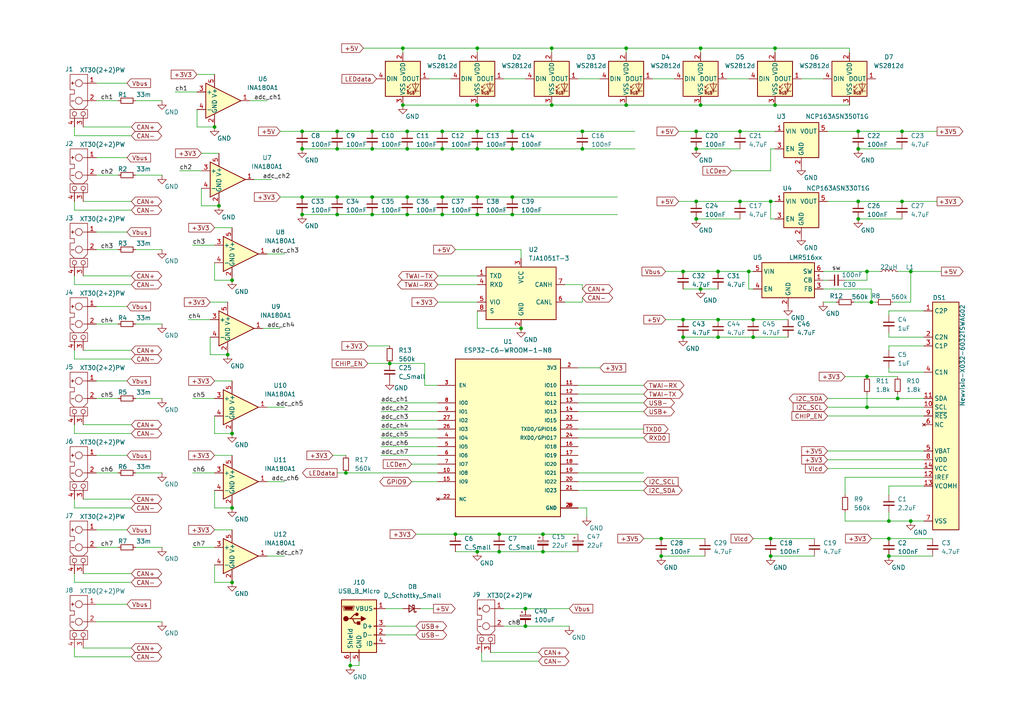
<source format=kicad_sch>
(kicad_sch (version 20231120) (generator "eeschema") (generator_version "8.0")
  (paper "A4")
  (junction (at 224.79 30.48))
  (junction (at 157.48 160.02))
  (junction (at 152.4 176.53))
  (junction (at 148.59 43.18))
  (junction (at 248.92 63.5))
  (junction (at 138.43 43.18))
  (junction (at 201.93 38.1))
  (junction (at 181.61 13.97))
  (junction (at 248.92 43.18))
  (junction (at 257.81 161.29))
  (junction (at 223.52 156.21))
  (junction (at 87.63 57.15))
  (junction (at 191.77 161.29))
  (junction (at 168.91 38.1))
  (junction (at 248.92 58.42))
  (junction (at 100.33 137.16))
  (junction (at 138.43 30.48))
  (junction (at 107.95 38.1))
  (junction (at 63.5 59.69))
  (junction (at 160.02 13.97))
  (junction (at 214.63 38.1))
  (junction (at 97.79 62.23))
  (junction (at 198.12 92.71))
  (junction (at 107.95 62.23))
  (junction (at 116.84 30.48))
  (junction (at 101.6 193.04))
  (junction (at 201.93 43.18))
  (junction (at 218.44 97.79))
  (junction (at 128.27 57.15))
  (junction (at 128.27 43.18))
  (junction (at 257.81 156.21))
  (junction (at 87.63 62.23))
  (junction (at 223.52 58.42))
  (junction (at 138.43 38.1))
  (junction (at 224.79 13.97))
  (junction (at 198.12 97.79))
  (junction (at 208.28 78.74))
  (junction (at 223.52 161.29))
  (junction (at 208.28 92.71))
  (junction (at 132.08 154.94))
  (junction (at 113.03 105.41))
  (junction (at 67.31 125.73))
  (junction (at 67.31 147.32))
  (junction (at 67.31 168.91))
  (junction (at 160.02 30.48))
  (junction (at 248.92 38.1))
  (junction (at 148.59 62.23))
  (junction (at 138.43 13.97))
  (junction (at 251.46 78.74))
  (junction (at 138.43 160.02))
  (junction (at 264.16 78.74))
  (junction (at 138.43 62.23))
  (junction (at 191.77 156.21))
  (junction (at 203.2 13.97))
  (junction (at 218.44 92.71))
  (junction (at 118.11 57.15))
  (junction (at 203.2 83.82))
  (junction (at 148.59 38.1))
  (junction (at 118.11 43.18))
  (junction (at 152.4 181.61))
  (junction (at 251.46 118.11))
  (junction (at 261.62 38.1))
  (junction (at 168.91 43.18))
  (junction (at 257.81 151.13))
  (junction (at 97.79 43.18))
  (junction (at 66.04 102.87))
  (junction (at 198.12 78.74))
  (junction (at 157.48 154.94))
  (junction (at 144.78 160.02))
  (junction (at 97.79 38.1))
  (junction (at 181.61 30.48))
  (junction (at 264.16 151.13))
  (junction (at 118.11 38.1))
  (junction (at 214.63 58.42))
  (junction (at 62.23 36.83))
  (junction (at 144.78 154.94))
  (junction (at 203.2 30.48))
  (junction (at 118.11 62.23))
  (junction (at 208.28 97.79))
  (junction (at 128.27 38.1))
  (junction (at 217.17 78.74))
  (junction (at 107.95 57.15))
  (junction (at 107.95 43.18))
  (junction (at 201.93 63.5))
  (junction (at 67.31 81.28))
  (junction (at 128.27 62.23))
  (junction (at 148.59 57.15))
  (junction (at 260.35 115.57))
  (junction (at 116.84 13.97))
  (junction (at 97.79 57.15))
  (junction (at 138.43 57.15))
  (junction (at 151.13 95.25))
  (junction (at 252.73 87.63))
  (junction (at 251.46 109.22))
  (junction (at 201.93 58.42))
  (junction (at 87.63 38.1))
  (junction (at 87.63 43.18))
  (junction (at 261.62 58.42))
  (wire (pts (xy 107.95 57.15) (xy 118.11 57.15)))
  (wire (pts (xy 27.94 72.39) (xy 34.29 72.39)))
  (wire (pts (xy 110.49 119.38) (xy 127 119.38)))
  (wire (pts (xy 162.56 261.62) (xy 180.34 261.62)))
  (wire (pts (xy 257.81 156.21) (xy 270.51 156.21)))
  (wire (pts (xy 148.59 38.1) (xy 168.91 38.1)))
  (wire (pts (xy 110.49 127) (xy 127 127)))
  (wire (pts (xy 267.97 97.79) (xy 257.81 97.79)))
  (wire (pts (xy 24.13 36.83) (xy 38.1 36.83)))
  (wire (pts (xy 257.81 161.29) (xy 270.51 161.29)))
  (wire (pts (xy 217.17 83.82) (xy 217.17 78.74)))
  (wire (pts (xy 21.59 123.19) (xy 21.59 125.73)))
  (wire (pts (xy 27.94 88.9) (xy 36.83 88.9)))
  (wire (pts (xy 97.79 137.16) (xy 100.33 137.16)))
  (wire (pts (xy 58.42 54.61) (xy 58.42 59.69)))
  (wire (pts (xy 27.94 180.34) (xy 46.99 180.34)))
  (wire (pts (xy 240.03 118.11) (xy 251.46 118.11)))
  (wire (pts (xy 127 111.76) (xy 123.19 111.76)))
  (wire (pts (xy 139.7 189.23) (xy 139.7 191.77)))
  (wire (pts (xy 116.84 30.48) (xy 138.43 30.48)))
  (wire (pts (xy 62.23 110.49) (xy 67.31 110.49)))
  (wire (pts (xy 128.27 62.23) (xy 138.43 62.23)))
  (wire (pts (xy 191.77 161.29) (xy 204.47 161.29)))
  (wire (pts (xy 27.94 110.49) (xy 36.83 110.49)))
  (wire (pts (xy 24.13 58.42) (xy 38.1 58.42)))
  (wire (pts (xy 224.79 13.97) (xy 246.38 13.97)))
  (wire (pts (xy 146.05 22.86) (xy 152.4 22.86)))
  (wire (pts (xy 39.37 50.8) (xy 46.99 50.8)))
  (wire (pts (xy 167.64 114.3) (xy 186.69 114.3)))
  (wire (pts (xy 251.46 78.74) (xy 255.27 78.74)))
  (wire (pts (xy 62.23 132.08) (xy 67.31 132.08)))
  (wire (pts (xy 201.93 58.42) (xy 214.63 58.42)))
  (wire (pts (xy 106.68 100.33) (xy 113.03 100.33)))
  (wire (pts (xy 62.23 142.24) (xy 62.23 147.32)))
  (wire (pts (xy 214.63 38.1) (xy 224.79 38.1)))
  (wire (pts (xy 245.11 109.22) (xy 251.46 109.22)))
  (wire (pts (xy 152.4 181.61) (xy 165.1 181.61)))
  (wire (pts (xy 198.12 92.71) (xy 208.28 92.71)))
  (wire (pts (xy 58.42 59.69) (xy 63.5 59.69)))
  (wire (pts (xy 165.1 251.46) (xy 180.34 251.46)))
  (wire (pts (xy 52.07 49.53) (xy 58.42 49.53)))
  (wire (pts (xy 106.68 105.41) (xy 113.03 105.41)))
  (wire (pts (xy 251.46 114.3) (xy 251.46 118.11)))
  (wire (pts (xy 193.04 78.74) (xy 198.12 78.74)))
  (wire (pts (xy 160.02 30.48) (xy 181.61 30.48)))
  (wire (pts (xy 168.91 82.55) (xy 168.91 83.82)))
  (wire (pts (xy 260.35 115.57) (xy 267.97 115.57)))
  (wire (pts (xy 128.27 43.18) (xy 138.43 43.18)))
  (wire (pts (xy 57.15 36.83) (xy 62.23 36.83)))
  (wire (pts (xy 21.59 39.37) (xy 38.1 39.37)))
  (wire (pts (xy 198.12 83.82) (xy 203.2 83.82)))
  (wire (pts (xy 87.63 62.23) (xy 97.79 62.23)))
  (wire (pts (xy 107.95 62.23) (xy 118.11 62.23)))
  (wire (pts (xy 163.83 82.55) (xy 168.91 82.55)))
  (wire (pts (xy 193.04 92.71) (xy 198.12 92.71)))
  (wire (pts (xy 238.76 81.28) (xy 240.03 81.28)))
  (wire (pts (xy 224.79 43.18) (xy 223.52 43.18)))
  (wire (pts (xy 224.79 13.97) (xy 203.2 13.97)))
  (wire (pts (xy 138.43 15.24) (xy 138.43 13.97)))
  (wire (pts (xy 27.94 115.57) (xy 34.29 115.57)))
  (wire (pts (xy 39.37 72.39) (xy 46.99 72.39)))
  (wire (pts (xy 245.11 151.13) (xy 257.81 151.13)))
  (wire (pts (xy 240.03 58.42) (xy 248.92 58.42)))
  (wire (pts (xy 24.13 187.96) (xy 38.1 187.96)))
  (wire (pts (xy 55.88 158.75) (xy 62.23 158.75)))
  (wire (pts (xy 186.69 156.21) (xy 191.77 156.21)))
  (wire (pts (xy 240.03 130.81) (xy 267.97 130.81)))
  (wire (pts (xy 195.58 257.81) (xy 200.66 257.81)))
  (wire (pts (xy 39.37 93.98) (xy 46.99 93.98)))
  (wire (pts (xy 195.58 262.89) (xy 199.39 262.89)))
  (wire (pts (xy 264.16 87.63) (xy 264.16 78.74)))
  (wire (pts (xy 134.62 250.19) (xy 148.59 250.19)))
  (wire (pts (xy 27.94 158.75) (xy 34.29 158.75)))
  (wire (pts (xy 168.91 256.54) (xy 172.72 256.54)))
  (wire (pts (xy 248.92 38.1) (xy 261.62 38.1)))
  (wire (pts (xy 62.23 81.28) (xy 67.31 81.28)))
  (wire (pts (xy 138.43 62.23) (xy 148.59 62.23)))
  (wire (pts (xy 138.43 43.18) (xy 148.59 43.18)))
  (wire (pts (xy 168.91 38.1) (xy 184.15 38.1)))
  (wire (pts (xy 189.23 22.86) (xy 195.58 22.86)))
  (wire (pts (xy 24.13 101.6) (xy 38.1 101.6)))
  (wire (pts (xy 27.94 93.98) (xy 34.29 93.98)))
  (wire (pts (xy 186.69 142.24) (xy 167.64 142.24)))
  (wire (pts (xy 208.28 97.79) (xy 218.44 97.79)))
  (wire (pts (xy 259.08 87.63) (xy 264.16 87.63)))
  (wire (pts (xy 21.59 144.78) (xy 21.59 147.32)))
  (wire (pts (xy 128.27 38.1) (xy 138.43 38.1)))
  (wire (pts (xy 138.43 30.48) (xy 160.02 30.48)))
  (wire (pts (xy 167.64 124.46) (xy 186.69 124.46)))
  (wire (pts (xy 167.64 22.86) (xy 173.99 22.86)))
  (wire (pts (xy 251.46 109.22) (xy 260.35 109.22)))
  (wire (pts (xy 55.88 137.16) (xy 62.23 137.16)))
  (wire (pts (xy 218.44 156.21) (xy 223.52 156.21)))
  (wire (pts (xy 238.76 87.63) (xy 242.57 87.63)))
  (wire (pts (xy 257.81 97.79) (xy 257.81 96.52)))
  (wire (pts (xy 54.61 92.71) (xy 60.96 92.71)))
  (wire (pts (xy 223.52 43.18) (xy 223.52 49.53)))
  (wire (pts (xy 120.65 184.15) (xy 111.76 184.15)))
  (wire (pts (xy 139.7 191.77) (xy 156.21 191.77)))
  (wire (pts (xy 146.05 181.61) (xy 152.4 181.61)))
  (wire (pts (xy 62.23 120.65) (xy 62.23 125.73)))
  (wire (pts (xy 217.17 78.74) (xy 218.44 78.74)))
  (wire (pts (xy 57.15 21.59) (xy 62.23 21.59)))
  (wire (pts (xy 252.73 87.63) (xy 254 87.63)))
  (wire (pts (xy 62.23 147.32) (xy 67.31 147.32)))
  (wire (pts (xy 119.38 139.7) (xy 127 139.7)))
  (wire (pts (xy 76.2 95.25) (xy 81.28 95.25)))
  (wire (pts (xy 124.46 22.86) (xy 130.81 22.86)))
  (wire (pts (xy 110.49 132.08) (xy 127 132.08)))
  (wire (pts (xy 257.81 107.95) (xy 257.81 106.68)))
  (wire (pts (xy 62.23 66.04) (xy 67.31 66.04)))
  (wire (pts (xy 62.23 125.73) (xy 67.31 125.73)))
  (wire (pts (xy 223.52 58.42) (xy 224.79 58.42)))
  (wire (pts (xy 127 87.63) (xy 138.43 87.63)))
  (wire (pts (xy 55.88 115.57) (xy 62.23 115.57)))
  (wire (pts (xy 195.58 255.27) (xy 200.66 255.27)))
  (wire (pts (xy 214.63 58.42) (xy 223.52 58.42)))
  (wire (pts (xy 72.39 29.21) (xy 77.47 29.21)))
  (wire (pts (xy 257.81 151.13) (xy 264.16 151.13)))
  (wire (pts (xy 39.37 115.57) (xy 46.99 115.57)))
  (wire (pts (xy 132.08 154.94) (xy 144.78 154.94)))
  (wire (pts (xy 27.94 153.67) (xy 36.83 153.67)))
  (wire (pts (xy 77.47 139.7) (xy 82.55 139.7)))
  (wire (pts (xy 55.88 71.12) (xy 62.23 71.12)))
  (wire (pts (xy 21.59 168.91) (xy 38.1 168.91)))
  (wire (pts (xy 267.97 90.17) (xy 257.81 90.17)))
  (wire (pts (xy 151.13 74.93) (xy 151.13 72.39)))
  (wire (pts (xy 142.24 189.23) (xy 156.21 189.23)))
  (wire (pts (xy 224.79 30.48) (xy 246.38 30.48)))
  (wire (pts (xy 21.59 104.14) (xy 38.1 104.14)))
  (wire (pts (xy 144.78 154.94) (xy 157.48 154.94)))
  (wire (pts (xy 21.59 101.6) (xy 21.59 104.14)))
  (wire (pts (xy 167.64 106.68) (xy 173.99 106.68)))
  (wire (pts (xy 39.37 137.16) (xy 46.99 137.16)))
  (wire (pts (xy 81.28 38.1) (xy 87.63 38.1)))
  (wire (pts (xy 21.59 190.5) (xy 38.1 190.5)))
  (wire (pts (xy 138.43 90.17) (xy 138.43 95.25)))
  (wire (pts (xy 157.48 160.02) (xy 167.64 160.02)))
  (wire (pts (xy 118.11 62.23) (xy 128.27 62.23)))
  (wire (pts (xy 24.13 123.19) (xy 38.1 123.19)))
  (wire (pts (xy 128.27 57.15) (xy 138.43 57.15)))
  (wire (pts (xy 238.76 78.74) (xy 251.46 78.74)))
  (wire (pts (xy 195.58 260.35) (xy 200.66 260.35)))
  (wire (pts (xy 186.69 139.7) (xy 167.64 139.7)))
  (wire (pts (xy 232.41 22.86) (xy 238.76 22.86)))
  (wire (pts (xy 21.59 166.37) (xy 21.59 168.91)))
  (wire (pts (xy 96.52 132.08) (xy 100.33 132.08)))
  (wire (pts (xy 120.65 154.94) (xy 132.08 154.94)))
  (wire (pts (xy 116.84 15.24) (xy 116.84 13.97)))
  (wire (pts (xy 123.19 105.41) (xy 123.19 111.76)))
  (wire (pts (xy 148.59 57.15) (xy 179.07 57.15)))
  (wire (pts (xy 27.94 29.21) (xy 34.29 29.21)))
  (wire (pts (xy 21.59 60.96) (xy 38.1 60.96)))
  (wire (pts (xy 148.59 43.18) (xy 168.91 43.18)))
  (wire (pts (xy 267.97 100.33) (xy 257.81 100.33)))
  (wire (pts (xy 218.44 83.82) (xy 217.17 83.82)))
  (wire (pts (xy 73.66 52.07) (xy 78.74 52.07)))
  (wire (pts (xy 251.46 81.28) (xy 251.46 78.74)))
  (wire (pts (xy 87.63 57.15) (xy 97.79 57.15)))
  (wire (pts (xy 240.03 133.35) (xy 267.97 133.35)))
  (wire (pts (xy 27.94 132.08) (xy 36.83 132.08)))
  (wire (pts (xy 138.43 13.97) (xy 116.84 13.97)))
  (wire (pts (xy 252.73 83.82) (xy 252.73 87.63)))
  (wire (pts (xy 132.08 72.39) (xy 151.13 72.39)))
  (wire (pts (xy 264.16 78.74) (xy 273.05 78.74)))
  (wire (pts (xy 257.81 140.97) (xy 257.81 143.51)))
  (wire (pts (xy 118.11 38.1) (xy 128.27 38.1)))
  (wire (pts (xy 210.82 22.86) (xy 217.17 22.86)))
  (wire (pts (xy 201.93 63.5) (xy 214.63 63.5)))
  (wire (pts (xy 257.81 90.17) (xy 257.81 91.44)))
  (wire (pts (xy 252.73 156.21) (xy 257.81 156.21)))
  (wire (pts (xy 101.6 191.77) (xy 101.6 193.04)))
  (wire (pts (xy 208.28 92.71) (xy 218.44 92.71)))
  (wire (pts (xy 196.85 38.1) (xy 201.93 38.1)))
  (wire (pts (xy 181.61 13.97) (xy 203.2 13.97)))
  (wire (pts (xy 21.59 82.55) (xy 38.1 82.55)))
  (wire (pts (xy 218.44 97.79) (xy 228.6 97.79)))
  (wire (pts (xy 110.49 121.92) (xy 127 121.92)))
  (wire (pts (xy 77.47 73.66) (xy 82.55 73.66)))
  (wire (pts (xy 77.47 161.29) (xy 82.55 161.29)))
  (wire (pts (xy 138.43 95.25) (xy 151.13 95.25)))
  (wire (pts (xy 238.76 83.82) (xy 252.73 83.82)))
  (wire (pts (xy 138.43 38.1) (xy 148.59 38.1)))
  (wire (pts (xy 107.95 43.18) (xy 118.11 43.18)))
  (wire (pts (xy 167.64 111.76) (xy 186.69 111.76)))
  (wire (pts (xy 195.58 252.73) (xy 200.66 252.73)))
  (wire (pts (xy 152.4 176.53) (xy 165.1 176.53)))
  (wire (pts (xy 240.03 115.57) (xy 260.35 115.57)))
  (wire (pts (xy 97.79 62.23) (xy 107.95 62.23)))
  (wire (pts (xy 261.62 58.42) (xy 271.78 58.42)))
  (wire (pts (xy 62.23 76.2) (xy 62.23 81.28)))
  (wire (pts (xy 267.97 140.97) (xy 257.81 140.97)))
  (wire (pts (xy 62.23 153.67) (xy 67.31 153.67)))
  (wire (pts (xy 148.59 250.19) (xy 148.59 251.46)))
  (wire (pts (xy 107.95 38.1) (xy 118.11 38.1)))
  (wire (pts (xy 160.02 15.24) (xy 160.02 13.97)))
  (wire (pts (xy 161.29 256.54) (xy 163.83 256.54)))
  (wire (pts (xy 105.41 13.97) (xy 116.84 13.97)))
  (wire (pts (xy 110.49 124.46) (xy 127 124.46)))
  (wire (pts (xy 196.85 58.42) (xy 201.93 58.42)))
  (wire (pts (xy 264.16 151.13) (xy 267.97 151.13)))
  (wire (pts (xy 60.96 87.63) (xy 66.04 87.63)))
  (wire (pts (xy 144.78 160.02) (xy 157.48 160.02)))
  (wire (pts (xy 60.96 102.87) (xy 66.04 102.87)))
  (wire (pts (xy 62.23 168.91) (xy 67.31 168.91)))
  (wire (pts (xy 245.11 148.59) (xy 245.11 151.13)))
  (wire (pts (xy 167.64 127) (xy 186.69 127)))
  (wire (pts (xy 21.59 147.32) (xy 38.1 147.32)))
  (wire (pts (xy 81.28 57.15) (xy 87.63 57.15)))
  (wire (pts (xy 167.64 137.16) (xy 186.69 137.16)))
  (wire (pts (xy 27.94 45.72) (xy 36.83 45.72)))
  (wire (pts (xy 248.92 63.5) (xy 261.62 63.5)))
  (wire (pts (xy 218.44 92.71) (xy 228.6 92.71)))
  (wire (pts (xy 267.97 107.95) (xy 257.81 107.95)))
  (wire (pts (xy 138.43 160.02) (xy 144.78 160.02)))
  (wire (pts (xy 127 80.01) (xy 138.43 80.01)))
  (wire (pts (xy 223.52 161.29) (xy 236.22 161.29)))
  (wire (pts (xy 27.94 50.8) (xy 34.29 50.8)))
  (wire (pts (xy 223.52 58.42) (xy 223.52 63.5)))
  (wire (pts (xy 24.13 144.78) (xy 38.1 144.78)))
  (wire (pts (xy 21.59 58.42) (xy 21.59 60.96)))
  (wire (pts (xy 129.54 256.54) (xy 132.08 256.54)))
  (wire (pts (xy 50.8 26.67) (xy 57.15 26.67)))
  (wire (pts (xy 245.11 81.28) (xy 251.46 81.28)))
  (wire (pts (xy 203.2 15.24) (xy 203.2 13.97)))
  (wire (pts (xy 27.94 175.26) (xy 36.83 175.26)))
  (wire (pts (xy 97.79 43.18) (xy 107.95 43.18)))
  (wire (pts (xy 121.92 176.53) (xy 125.73 176.53)))
  (wire (pts (xy 138.43 57.15) (xy 148.59 57.15)))
  (wire (pts (xy 260.35 114.3) (xy 260.35 115.57)))
  (wire (pts (xy 100.33 137.16) (xy 127 137.16)))
  (wire (pts (xy 39.37 29.21) (xy 46.99 29.21)))
  (wire (pts (xy 181.61 13.97) (xy 160.02 13.97)))
  (wire (pts (xy 191.77 156.21) (xy 204.47 156.21)))
  (wire (pts (xy 248.92 43.18) (xy 261.62 43.18)))
  (wire (pts (xy 62.23 163.83) (xy 62.23 168.91)))
  (wire (pts (xy 201.93 43.18) (xy 214.63 43.18)))
  (wire (pts (xy 247.65 87.63) (xy 252.73 87.63)))
  (wire (pts (xy 130.81 262.89) (xy 148.59 262.89)))
  (wire (pts (xy 21.59 125.73) (xy 38.1 125.73)))
  (wire (pts (xy 167.64 147.32) (xy 170.18 147.32)))
  (wire (pts (xy 198.12 78.74) (xy 208.28 78.74)))
  (wire (pts (xy 168.91 43.18) (xy 184.15 43.18)))
  (wire (pts (xy 240.03 38.1) (xy 248.92 38.1)))
  (wire (pts (xy 24.13 166.37) (xy 38.1 166.37)))
  (wire (pts (xy 223.52 156.21) (xy 236.22 156.21)))
  (wire (pts (xy 245.11 138.43) (xy 245.11 143.51)))
  (wire (pts (xy 201.93 38.1) (xy 214.63 38.1)))
  (wire (pts (xy 24.13 80.01) (xy 38.1 80.01)))
  (wire (pts (xy 58.42 44.45) (xy 63.5 44.45)))
  (wire (pts (xy 257.81 148.59) (xy 257.81 151.13)))
  (wire (pts (xy 77.47 118.11) (xy 82.55 118.11)))
  (wire (pts (xy 138.43 13.97) (xy 160.02 13.97)))
  (wire (pts (xy 104.14 193.04) (xy 101.6 193.04)))
  (wire (pts (xy 120.65 181.61) (xy 111.76 181.61)))
  (wire (pts (xy 240.03 135.89) (xy 267.97 135.89)))
  (wire (pts (xy 257.81 100.33) (xy 257.81 101.6)))
  (wire (pts (xy 118.11 43.18) (xy 128.27 43.18)))
  (wire (pts (xy 97.79 57.15) (xy 107.95 57.15)))
  (wire (pts (xy 148.59 261.62) (xy 148.59 262.89)))
  (wire (pts (xy 113.03 105.41) (xy 123.19 105.41)))
  (wire (pts (xy 148.59 62.23) (xy 179.07 62.23)))
  (wire (pts (xy 39.37 158.75) (xy 46.99 158.75)))
  (wire (pts (xy 198.12 97.79) (xy 208.28 97.79)))
  (wire (pts (xy 119.38 134.62) (xy 127 134.62)))
  (wire (pts (xy 224.79 15.24) (xy 224.79 13.97)))
  (wire (pts (xy 163.83 87.63) (xy 168.91 87.63)))
  (wire (pts (xy 118.11 57.15) (xy 128.27 57.15)))
  (wire (pts (xy 203.2 83.82) (xy 208.28 83.82)))
  (wire (pts (xy 251.46 118.11) (xy 267.97 118.11)))
  (wire (pts (xy 264.16 78.74) (xy 260.35 78.74)))
  (wire (pts (xy 137.16 256.54) (xy 140.97 256.54)))
  (wire (pts (xy 208.28 78.74) (xy 217.17 78.74)))
  (wire (pts (xy 167.64 119.38) (xy 186.69 119.38)))
  (wire (pts (xy 21.59 36.83) (xy 21.59 39.37)))
  (wire (pts (xy 60.96 97.79) (xy 60.96 102.87)))
  (wire (pts (xy 110.49 116.84) (xy 127 116.84)))
  (wire (pts (xy 212.09 49.53) (xy 223.52 49.53)))
  (wire (pts (xy 168.91 87.63) (xy 168.91 86.36)))
  (wire (pts (xy 110.49 129.54) (xy 127 129.54)))
  (wire (pts (xy 203.2 30.48) (xy 224.79 30.48)))
  (wire (pts (xy 27.94 137.16) (xy 34.29 137.16)))
  (wire (pts (xy 87.63 38.1) (xy 97.79 38.1)))
  (wire (pts (xy 170.18 147.32) (xy 170.18 149.86)))
  (wire (pts (xy 21.59 187.96) (xy 21.59 190.5)))
  (wire (pts (xy 87.63 43.18) (xy 97.79 43.18)))
  (wire (pts (xy 248.92 58.42) (xy 261.62 58.42)))
  (wire (pts (xy 267.97 138.43) (xy 245.11 138.43)))
  (wire (pts (xy 57.15 31.75) (xy 57.15 36.83)))
  (wire (pts (xy 167.64 116.84) (xy 186.69 116.84)))
  (wire (pts (xy 111.76 176.53) (xy 116.84 176.53)))
  (wire (pts (xy 21.59 80.01) (xy 21.59 82.55)))
  (wire (pts (xy 240.03 120.65) (xy 267.97 120.65)))
  (wire (pts (xy 104.14 191.77) (xy 104.14 193.04)))
  (wire (pts (xy 181.61 30.48) (xy 203.2 30.48)))
  (wire (pts (xy 27.94 24.13) (xy 36.83 24.13)))
  (wire (pts (xy 224.79 63.5) (xy 223.52 63.5)))
  (wire (pts (xy 146.05 176.53) (xy 152.4 176.53)))
  (wire (pts (xy 27.94 67.31) (xy 36.83 67.31)))
  (wire (pts (xy 132.08 160.02) (xy 138.43 160.02)))
  (wire (pts (xy 127 82.55) (xy 138.43 82.55)))
  (wire (pts (xy 246.38 15.24) (xy 246.38 13.97)))
  (wire (pts (xy 97.79 38.1) (xy 107.95 38.1)))
  (wire (pts (xy 261.62 38.1) (xy 271.78 38.1)))
  (wire (pts (xy 157.48 154.94) (xy 167.64 154.94)))
  (wire (pts (xy 181.61 15.24) (xy 181.61 13.97)))
  (rectangle (start 118.364 232.41) (end 212.09 271.78) (stroke (width 1) (type dash) (color 132 0 0 1)))
  (text "Programmer & debug" (at 166.37 241.3 0) (effects (font (size 4 4))))
  (label "ch3" (at 29.21 72.39 0))
  (label "adc_ch6" (at 78.74 139.7 0))
  (label "ch4" (at 29.21 93.98 0))
  (label "adc_ch7" (at 80.01 161.29 0))
  (label "ch7" (at 29.21 158.75 0))
  (label "adc_ch1" (at 110.49 116.84 0))
  (label "adc_ch3" (at 110.49 121.92 0))
  (label "adc_ch5" (at 110.49 127 0))
  (label "ch2" (at 52.07 49.53 0))
  (label "adc_ch5" (at 80.01 118.11 0))
  (label "adc_ch2" (at 76.2 52.07 0))
  (label "ch8" (at 147.32 181.61 0))
  (label "ch6" (at 55.88 137.16 0))
  (label "adc_ch2" (at 110.49 119.38 0))
  (label "ch1" (at 29.21 29.21 0))
  (label "ch5" (at 55.88 115.57 0))
  (label "ch2" (at 29.21 50.8 0))
  (label "adc_ch1" (at 73.66 29.21 0))
  (label "adc_ch7" (at 110.49 132.08 0))
  (label "adc_ch4" (at 110.49 124.46 0))
  (label "ch3" (at 55.88 71.12 0))
  (label "sw" (at 241.3 78.74 0))
  (label "adc_ch6" (at 110.49 129.54 0))
  (label "ch5" (at 29.21 115.57 0))
  (label "ch1" (at 50.8 26.67 0))
  (label "adc_ch4" (at 77.47 95.25 0))
  (label "ch6" (at 29.21 137.16 0))
  (label "ch7" (at 55.88 158.75 0))
  (label "adc_ch3" (at 78.74 73.66 0))
  (label "ch4" (at 54.61 92.71 0))
  (global_label "+3V3" (shape input) (at 62.23 66.04 180) (property "Intersheetrefs" "${INTERSHEET_REFS}" (effects (hide yes))))
  (global_label "Vlcd" (shape input) (at 218.44 156.21 180) (property "Intersheetrefs" "${INTERSHEET_REFS}" (effects (hide yes))))
  (global_label "RTS" (shape bidirectional) (at 200.66 260.35 0) (property "Intersheetrefs" "${INTERSHEET_REFS}" (effects (hide yes))))
  (global_label "+3V3" (shape input) (at 106.68 100.33 180) (property "Intersheetrefs" "${INTERSHEET_REFS}" (effects (hide yes))))
  (global_label "CHIP_EN" (shape input) (at 240.03 120.65 180) (property "Intersheetrefs" "${INTERSHEET_REFS}" (effects (hide yes))))
  (global_label "CAN-" (shape bidirectional) (at 38.1 39.37 0) (property "Intersheetrefs" "${INTERSHEET_REFS}" (effects (hide yes))))
  (global_label "CAN-" (shape bidirectional) (at 38.1 60.96 0) (property "Intersheetrefs" "${INTERSHEET_REFS}" (effects (hide yes))))
  (global_label "+5V" (shape output) (at 125.73 176.53 0) (property "Intersheetrefs" "${INTERSHEET_REFS}" (effects (hide yes))))
  (global_label "Vbus" (shape input) (at 36.83 88.9 0) (property "Intersheetrefs" "${INTERSHEET_REFS}" (effects (hide yes))))
  (global_label "TWAI-TX" (shape bidirectional) (at 186.69 114.3 0) (property "Intersheetrefs" "${INTERSHEET_REFS}" (effects (hide yes))))
  (global_label "USB+" (shape bidirectional) (at 120.65 181.61 0) (property "Intersheetrefs" "${INTERSHEET_REFS}" (effects (hide yes))))
  (global_label "TWAI-RX" (shape bidirectional) (at 186.69 111.76 0) (property "Intersheetrefs" "${INTERSHEET_REFS}" (effects (hide yes))))
  (global_label "+3V3" (shape input) (at 120.65 154.94 180) (property "Intersheetrefs" "${INTERSHEET_REFS}" (effects (hide yes))))
  (global_label "Vbus" (shape input) (at 36.83 67.31 0) (property "Intersheetrefs" "${INTERSHEET_REFS}" (effects (hide yes))))
  (global_label "Vbus" (shape input) (at 36.83 24.13 0) (property "Intersheetrefs" "${INTERSHEET_REFS}" (effects (hide yes))))
  (global_label "CAN+" (shape bidirectional) (at 38.1 36.83 0) (property "Intersheetrefs" "${INTERSHEET_REFS}" (effects (hide yes))))
  (global_label "TWAI-TX" (shape bidirectional) (at 127 80.01 180) (property "Intersheetrefs" "${INTERSHEET_REFS}" (effects (hide yes))))
  (global_label "+3V3" (shape input) (at 96.52 132.08 180) (property "Intersheetrefs" "${INTERSHEET_REFS}" (effects (hide yes))))
  (global_label "DTR" (shape bidirectional) (at 162.56 261.62 180) (property "Intersheetrefs" "${INTERSHEET_REFS}" (effects (hide yes))))
  (global_label "Vbus" (shape input) (at 193.04 78.74 180) (property "Intersheetrefs" "${INTERSHEET_REFS}" (effects (hide yes))))
  (global_label "GPIO9" (shape bidirectional) (at 165.1 251.46 180) (property "Intersheetrefs" "${INTERSHEET_REFS}" (effects (hide yes))))
  (global_label "+5V" (shape input) (at 196.85 58.42 180) (property "Intersheetrefs" "${INTERSHEET_REFS}" (effects (hide yes))))
  (global_label "USB-" (shape bidirectional) (at 186.69 116.84 0) (property "Intersheetrefs" "${INTERSHEET_REFS}" (effects (hide yes))))
  (global_label "I2C_SDA" (shape bidirectional) (at 240.03 115.57 180) (property "Intersheetrefs" "${INTERSHEET_REFS}" (effects (hide yes))))
  (global_label "Vbus" (shape input) (at 36.83 45.72 0) (property "Intersheetrefs" "${INTERSHEET_REFS}" (effects (hide yes))))
  (global_label "+5V" (shape input) (at 81.28 38.1 180) (property "Intersheetrefs" "${INTERSHEET_REFS}" (effects (hide yes))))
  (global_label "+3V3" (shape input) (at 245.11 109.22 180) (property "Intersheetrefs" "${INTERSHEET_REFS}" (effects (hide yes))))
  (global_label "TXD0" (shape output) (at 186.69 124.46 0) (property "Intersheetrefs" "${INTERSHEET_REFS}" (effects (hide yes))))
  (global_label "+3V5" (shape output) (at 271.78 38.1 0) (property "Intersheetrefs" "${INTERSHEET_REFS}" (effects (hide yes))))
  (global_label "+5V" (shape input) (at 196.85 38.1 180) (property "Intersheetrefs" "${INTERSHEET_REFS}" (effects (hide yes))))
  (global_label "Vbus" (shape input) (at 36.83 110.49 0) (property "Intersheetrefs" "${INTERSHEET_REFS}" (effects (hide yes))))
  (global_label "CAN+" (shape bidirectional) (at 156.21 189.23 0) (property "Intersheetrefs" "${INTERSHEET_REFS}" (effects (hide yes))))
  (global_label "+3V3" (shape input) (at 240.03 133.35 180) (property "Intersheetrefs" "${INTERSHEET_REFS}" (effects (hide yes))))
  (global_label "+5V" (shape input) (at 193.04 92.71 180) (property "Intersheetrefs" "${INTERSHEET_REFS}" (effects (hide yes))))
  (global_label "RTS" (shape bidirectional) (at 161.29 256.54 180) (property "Intersheetrefs" "${INTERSHEET_REFS}" (effects (hide yes))))
  (global_label "CAN-" (shape bidirectional) (at 168.91 86.36 0) (property "Intersheetrefs" "${INTERSHEET_REFS}" (effects (hide yes))))
  (global_label "DTR" (shape bidirectional) (at 200.66 257.81 0) (property "Intersheetrefs" "${INTERSHEET_REFS}" (effects (hide yes))))
  (global_label "LEDdata" (shape input) (at 109.22 22.86 180) (property "Intersheetrefs" "${INTERSHEET_REFS}" (effects (hide yes))))
  (global_label "CAN-" (shape bidirectional) (at 38.1 125.73 0) (property "Intersheetrefs" "${INTERSHEET_REFS}" (effects (hide yes))))
  (global_label "Vbus" (shape input) (at 165.1 176.53 0) (property "Intersheetrefs" "${INTERSHEET_REFS}" (effects (hide yes))))
  (global_label "CAN+" (shape bidirectional) (at 38.1 101.6 0) (property "Intersheetrefs" "${INTERSHEET_REFS}" (effects (hide yes))))
  (global_label "RXD0" (shape input) (at 200.66 255.27 0) (property "Intersheetrefs" "${INTERSHEET_REFS}" (effects (hide yes))))
  (global_label "LCDen" (shape input) (at 212.09 49.53 180) (property "Intersheetrefs" "${INTERSHEET_REFS}" (effects (hide yes))))
  (global_label "Vbus" (shape input) (at 36.83 153.67 0) (property "Intersheetrefs" "${INTERSHEET_REFS}" (effects (hide yes))))
  (global_label "Vbus" (shape input) (at 36.83 132.08 0) (property "Intersheetrefs" "${INTERSHEET_REFS}" (effects (hide yes))))
  (global_label "+3V3" (shape input) (at 62.23 132.08 180) (property "Intersheetrefs" "${INTERSHEET_REFS}" (effects (hide yes))))
  (global_label "CAN-" (shape bidirectional) (at 38.1 104.14 0) (property "Intersheetrefs" "${INTERSHEET_REFS}" (effects (hide yes))))
  (global_label "CAN+" (shape bidirectional) (at 38.1 58.42 0) (property "Intersheetrefs" "${INTERSHEET_REFS}" (effects (hide yes))))
  (global_label "CHIP_EN" (shape input) (at 106.68 105.41 180) (property "Intersheetrefs" "${INTERSHEET_REFS}" (effects (hide yes))))
  (global_label "CAN+" (shape bidirectional) (at 38.1 144.78 0) (property "Intersheetrefs" "${INTERSHEET_REFS}" (effects (hide yes))))
  (global_label "Vlcd" (shape input) (at 240.03 135.89 180) (property "Intersheetrefs" "${INTERSHEET_REFS}" (effects (hide yes))))
  (global_label "CAN+" (shape bidirectional) (at 38.1 187.96 0) (property "Intersheetrefs" "${INTERSHEET_REFS}" (effects (hide yes))))
  (global_label "USB+" (shape bidirectional) (at 186.69 119.38 0) (property "Intersheetrefs" "${INTERSHEET_REFS}" (effects (hide yes))))
  (global_label "TXD0" (shape output) (at 200.66 252.73 0) (property "Intersheetrefs" "${INTERSHEET_REFS}" (effects (hide yes))))
  (global_label "+3V3" (shape output) (at 271.78 58.42 0) (property "Intersheetrefs" "${INTERSHEET_REFS}" (effects (hide yes))))
  (global_label "LEDdata" (shape output) (at 97.79 137.16 180) (property "Intersheetrefs" "${INTERSHEET_REFS}" (effects (hide yes))))
  (global_label "+3V5" (shape input) (at 186.69 156.21 180) (property "Intersheetrefs" "${INTERSHEET_REFS}" (effects (hide yes))))
  (global_label "+3V5" (shape input) (at 240.03 130.81 180) (property "Intersheetrefs" "${INTERSHEET_REFS}" (effects (hide yes))))
  (global_label "CAN+" (shape bidirectional) (at 38.1 80.01 0) (property "Intersheetrefs" "${INTERSHEET_REFS}" (effects (hide yes))))
  (global_label "+3V3" (shape input) (at 81.28 57.15 180) (property "Intersheetrefs" "${INTERSHEET_REFS}" (effects (hide yes))))
  (global_label "CAN-" (shape bidirectional) (at 38.1 190.5 0) (property "Intersheetrefs" "${INTERSHEET_REFS}" (effects (hide yes))))
  (global_label "RTS" (shape bidirectional) (at 130.81 262.89 180) (property "Intersheetrefs" "${INTERSHEET_REFS}" (effects (hide yes))))
  (global_label "TWAI-RX" (shape bidirectional) (at 127 82.55 180) (property "Intersheetrefs" "${INTERSHEET_REFS}" (effects (hide yes))))
  (global_label "+5V" (shape input) (at 105.41 13.97 180) (property "Intersheetrefs" "${INTERSHEET_REFS}" (effects (hide yes))))
  (global_label "I2C_SDA" (shape bidirectional) (at 186.69 142.24 0) (property "Intersheetrefs" "${INTERSHEET_REFS}" (effects (hide yes))))
  (global_label "+3V3" (shape input) (at 57.15 21.59 180) (property "Intersheetrefs" "${INTERSHEET_REFS}" (effects (hide yes))))
  (global_label "CAN+" (shape bidirectional) (at 38.1 123.19 0) (property "Intersheetrefs" "${INTERSHEET_REFS}" (effects (hide yes))))
  (global_label "I2C_SCL" (shape input) (at 240.03 118.11 180) (property "Intersheetrefs" "${INTERSHEET_REFS}" (effects (hide yes))))
  (global_label "USB-" (shape bidirectional) (at 120.65 184.15 0) (property "Intersheetrefs" "${INTERSHEET_REFS}" (effects (hide yes))))
  (global_label "I2C_SCL" (shape input) (at 186.69 139.7 0) (property "Intersheetrefs" "${INTERSHEET_REFS}" (effects (hide yes))))
  (global_label "+3V3" (shape input) (at 58.42 44.45 180) (property "Intersheetrefs" "${INTERSHEET_REFS}" (effects (hide yes))))
  (global_label "+3V3" (shape input) (at 127 87.63 180) (property "Intersheetrefs" "${INTERSHEET_REFS}" (effects (hide yes))))
  (global_label "CAN-" (shape bidirectional) (at 156.21 191.77 0) (property "Intersheetrefs" "${INTERSHEET_REFS}" (effects (hide yes))))
  (global_label "+3V3" (shape input) (at 62.23 110.49 180) (property "Intersheetrefs" "${INTERSHEET_REFS}" (effects (hide yes))))
  (global_label "Vbus" (shape input) (at 36.83 175.26 0) (property "Intersheetrefs" "${INTERSHEET_REFS}" (effects (hide yes))))
  (global_label "LCDen" (shape input) (at 119.38 134.62 180) (property "Intersheetrefs" "${INTERSHEET_REFS}" (effects (hide yes))))
  (global_label "+3V3" (shape input) (at 62.23 153.67 180) (property "Intersheetrefs" "${INTERSHEET_REFS}" (effects (hide yes))))
  (global_label "CAN-" (shape bidirectional) (at 38.1 147.32 0) (property "Intersheetrefs" "${INTERSHEET_REFS}" (effects (hide yes))))
  (global_label "CAN-" (shape bidirectional) (at 38.1 168.91 0) (property "Intersheetrefs" "${INTERSHEET_REFS}" (effects (hide yes))))
  (global_label "GPIO9" (shape bidirectional) (at 119.38 139.7 180) (property "Intersheetrefs" "${INTERSHEET_REFS}" (effects (hide yes))))
  (global_label "DTR" (shape bidirectional) (at 129.54 256.54 180) (property "Intersheetrefs" "${INTERSHEET_REFS}" (effects (hide yes))))
  (global_label "RXD0" (shape input) (at 186.69 127 0) (property "Intersheetrefs" "${INTERSHEET_REFS}" (effects (hide yes))))
  (global_label "+3V3" (shape input) (at 252.73 156.21 180) (property "Intersheetrefs" "${INTERSHEET_REFS}" (effects (hide yes))))
  (global_label "CAN-" (shape bidirectional) (at 38.1 82.55 0) (property "Intersheetrefs" "${INTERSHEET_REFS}" (effects (hide yes))))
  (global_label "+5V" (shape input) (at 132.08 72.39 180) (property "Intersheetrefs" "${INTERSHEET_REFS}" (effects (hide yes))))
  (global_label "CAN+" (shape bidirectional) (at 38.1 166.37 0) (property "Intersheetrefs" "${INTERSHEET_REFS}" (effects (hide yes))))
  (global_label "+3V3" (shape input) (at 173.99 106.68 0) (property "Intersheetrefs" "${INTERSHEET_REFS}" (effects (hide yes))))
  (global_label "+3V3" (shape input) (at 60.96 87.63 180) (property "Intersheetrefs" "${INTERSHEET_REFS}" (effects (hide yes))))
  (global_label "+5V" (shape output) (at 273.05 78.74 0) (property "Intersheetrefs" "${INTERSHEET_REFS}" (effects (hide yes))))
  (global_label "CHIP_EN" (shape bidirectional) (at 134.62 250.19 180) (property "Intersheetrefs" "${INTERSHEET_REFS}" (effects (hide yes))))
  (global_label "CAN+" (shape bidirectional) (at 168.91 83.82 0) (property "Intersheetrefs" "${INTERSHEET_REFS}" (effects (hide yes))))
  (symbol (lib_id "Device:C_Small") (at 257.81 158.75 0) (unit 1)
    (property "Reference" "C2" (at 260.35 157.4862 0) (effects (justify left)))
    (property "Value" "100nF" (at 260.35 160.0262 0) (effects (justify left)))
    (property "Footprint" "Capacitor_SMD:C_0603_1608Metric" (effects (hide yes)))
    (property "Description" "Unpolarized capacitor, small symbol" (effects (hide yes)))
  )
  (symbol (lib_id "amass:XT30(2+2)PW") (at 22.86 153.67 0) (unit 1)
    (property "Reference" "J7" (at 20.066 149.606 0))
    (property "Value" "XT30(2+2)PW" (at 29.718 149.86 0))
    (property "Footprint" "amass:AMASS_XT30(2+2)PW-M_P2.50mm_Horizontal" (effects (hide yes)))
  )
  (symbol (lib_id "Device:R_Small") (at 134.62 256.54 90) (unit 1)
    (property "Reference" "R15" (at 132.842 254.762 90))
    (property "Value" "10k" (at 138.43 254.762 90))
    (property "Footprint" "Resistor_SMD:R_0402_1005Metric" (effects (hide yes)))
    (property "Description" "Resistor, small symbol" (effects (hide yes)))
  )
  (symbol (lib_id "Device:C_Small") (at 97.79 40.64 0) (unit 1)
    (property "Reference" "C9" (at 100.33 39.3762 0) (effects (justify left)))
    (property "Value" "100nF" (at 100.33 41.9162 0) (effects (justify left)))
    (property "Footprint" "Capacitor_SMD:C_0603_1608Metric" (effects (hide yes)))
    (property "Description" "Unpolarized capacitor, small symbol" (effects (hide yes)))
  )
  (symbol (lib_id "Transistor_BJT:BC847BDW1") (at 177.8 256.54 0) (unit 1)
    (property "Reference" "Q1" (at 173.736 252.984 0) (effects (justify left)))
    (property "Value" "BC847BDW1" (at 183.134 262.128 90) (effects (justify left)))
    (property "Footprint" "Package_TO_SOT_SMD:SOT-363_SC-70-6" (effects (hide yes)))
    (property "Datasheet" "http://www.onsemi.com/pub_link/Collateral/BC846BDW1T1-D.PDF" (effects (hide yes)))
    (property "Description" "100mA IC, 45V Vce, Dual NPN/NPN Transistors, SOT-363" (effects (hide yes)))
  )
  (symbol (lib_id "Device:R_Small") (at 36.83 72.39 90) (unit 1)
    (property "Reference" "R3" (at 35.56 70.612 90))
    (property "Value" "33m" (at 41.656 70.612 90))
    (property "Footprint" "Resistor_SMD:R_2512_6332Metric" (effects (hide yes)))
    (property "Description" "Resistor, small symbol" (effects (hide yes)))
  )
  (symbol (lib_id "power:GND") (at 228.6 88.9 0) (unit 1)
    (property "Reference" "#PWR026" (effects (hide yes)))
    (property "Value" "GND" (at 231.394 92.202 0))
    (property "Description" "Power symbol creates a global label with name \"GND\" , ground" (effects (hide yes)))
  )
  (symbol (lib_id "Device:C_Small") (at 148.59 59.69 0) (unit 1)
    (property "Reference" "C39" (at 151.13 58.4262 0) (effects (justify left)))
    (property "Value" "100nF" (at 151.13 60.9662 0) (effects (justify left)))
    (property "Footprint" "Capacitor_SMD:C_0603_1608Metric" (effects (hide yes)))
    (property "Description" "Unpolarized capacitor, small symbol" (effects (hide yes)))
  )
  (symbol (lib_id "Connector:Conn_01x06_Pin") (at 190.5 255.27 0) (unit 1)
    (property "Reference" "J11" (at 190.246 247.904 0))
    (property "Value" "Conn_01x06_Pin" (at 202.438 247.904 0))
    (property "Footprint" "Connector_PinHeader_2.54mm:PinHeader_1x06_P2.54mm_Vertical" (effects (hide yes)))
    (property "Description" "Generic connector, single row, 01x06, script generated" (effects (hide yes)))
  )
  (symbol (lib_id "Device:C_Small") (at 236.22 158.75 0) (unit 1)
    (property "Reference" "C19" (at 238.76 157.4862 0) (effects (justify left)))
    (property "Value" "4.7uF" (at 238.76 160.0262 0) (effects (justify left)))
    (property "Footprint" "Capacitor_SMD:C_0603_1608Metric" (effects (hide yes)))
    (property "Description" "Unpolarized capacitor, small symbol" (effects (hide yes)))
  )
  (symbol (lib_id "power:GND") (at 46.99 50.8 0) (unit 1)
    (property "Reference" "#PWR02" (effects (hide yes)))
    (property "Value" "GND" (at 49.784 54.102 0))
    (property "Description" "Power symbol creates a global label with name \"GND\" , ground" (effects (hide yes)))
  )
  (symbol (lib_id "Device:C_Small") (at 257.81 93.98 0) (unit 1)
    (property "Reference" "C4" (at 260.35 92.7162 0) (effects (justify left)))
    (property "Value" "1uF" (at 260.35 95.2562 0) (effects (justify left)))
    (property "Footprint" "Capacitor_SMD:C_0603_1608Metric" (effects (hide yes)))
    (property "Description" "Unpolarized capacitor, small symbol" (effects (hide yes)))
    (property "Voltage" "16V" (effects (hide yes)))
  )
  (symbol (lib_id "Amplifier_Current:INA180A1") (at 68.58 95.25 0) (unit 1)
    (property "Reference" "U9" (at 80.01 88.9314 0))
    (property "Value" "INA180A1" (at 80.01 91.4714 0))
    (property "Footprint" "Package_TO_SOT_SMD:SOT-23-5" (effects (hide yes)))
    (property "Datasheet" "http://www.ti.com/lit/ds/symlink/ina180.pdf" (effects (hide yes)))
    (property "Description" "Current Sense Amplifier, 1 Circuit, Rail-to-Rail, 26V, Gain 20 V/V, SOT-23-5" (effects (hide yes)))
  )
  (symbol (lib_id "power:GND") (at 232.41 68.58 0) (unit 1)
    (property "Reference" "#PWR024" (effects (hide yes)))
    (property "Value" "GND" (at 235.204 71.882 0))
    (property "Description" "Power symbol creates a global label with name \"GND\" , ground" (effects (hide yes)))
  )
  (symbol (lib_id "Device:C_Small") (at 214.63 40.64 0) (unit 1)
    (property "Reference" "C21" (at 217.17 39.3762 0) (effects (justify left)))
    (property "Value" "4.7uF" (at 217.17 41.9162 0) (effects (justify left)))
    (property "Footprint" "Capacitor_SMD:C_0603_1608Metric" (effects (hide yes)))
    (property "Description" "Unpolarized capacitor, small symbol" (effects (hide yes)))
  )
  (symbol (lib_id "power:GND") (at 238.76 87.63 0) (unit 1)
    (property "Reference" "#PWR035" (effects (hide yes)))
    (property "Value" "GND" (at 241.554 90.932 0))
    (property "Description" "Power symbol creates a global label with name \"GND\" , ground" (effects (hide yes)))
  )
  (symbol (lib_id "power:GND") (at 165.1 181.61 0) (unit 1)
    (property "Reference" "#PWR012" (effects (hide yes)))
    (property "Value" "GND" (at 167.894 184.912 0))
    (property "Description" "Power symbol creates a global label with name \"GND\" , ground" (effects (hide yes)))
  )
  (symbol (lib_id "Device:C_Small") (at 223.52 158.75 0) (unit 1)
    (property "Reference" "C18" (at 226.06 157.4862 0) (effects (justify left)))
    (property "Value" "100nF" (at 226.06 160.0262 0) (effects (justify left)))
    (property "Footprint" "Capacitor_SMD:C_0603_1608Metric" (effects (hide yes)))
    (property "Description" "Unpolarized capacitor, small symbol" (effects (hide yes)))
  )
  (symbol (lib_id "power:GND") (at 63.5 59.69 0) (unit 1)
    (property "Reference" "#PWR029" (effects (hide yes)))
    (property "Value" "GND" (at 66.294 62.992 0))
    (property "Description" "Power symbol creates a global label with name \"GND\" , ground" (effects (hide yes)))
  )
  (symbol (lib_id "power:GND") (at 116.84 30.48 0) (unit 1)
    (property "Reference" "#PWR09" (effects (hide yes)))
    (property "Value" "GND" (at 119.634 33.782 0))
    (property "Description" "Power symbol creates a global label with name \"GND\" , ground" (effects (hide yes)))
  )
  (symbol (lib_id "Device:R_Small") (at 36.83 50.8 90) (unit 1)
    (property "Reference" "R2" (at 35.56 49.022 90))
    (property "Value" "33m" (at 41.656 49.022 90))
    (property "Footprint" "Resistor_SMD:R_2512_6332Metric" (effects (hide yes)))
    (property "Description" "Resistor, small symbol" (effects (hide yes)))
  )
  (symbol (lib_id "Device:C_Small") (at 87.63 40.64 0) (unit 1)
    (property "Reference" "C8" (at 90.17 39.3762 0) (effects (justify left)))
    (property "Value" "100nF" (at 90.17 41.9162 0) (effects (justify left)))
    (property "Footprint" "Capacitor_SMD:C_0603_1608Metric" (effects (hide yes)))
    (property "Description" "Unpolarized capacitor, small symbol" (effects (hide yes)))
  )
  (symbol (lib_id "power:GND") (at 203.2 83.82 0) (unit 1)
    (property "Reference" "#PWR027" (effects (hide yes)))
    (property "Value" "GND" (at 205.994 87.122 0))
    (property "Description" "Power symbol creates a global label with name \"GND\" , ground" (effects (hide yes)))
  )
  (symbol (lib_id "power:GND") (at 67.31 147.32 0) (unit 1)
    (property "Reference" "#PWR033" (effects (hide yes)))
    (property "Value" "GND" (at 70.104 150.622 0))
    (property "Description" "Power symbol creates a global label with name \"GND\" , ground" (effects (hide yes)))
  )
  (symbol (lib_id "power:GND") (at 232.41 48.26 0) (unit 1)
    (property "Reference" "#PWR020" (effects (hide yes)))
    (property "Value" "GND" (at 235.204 51.562 0))
    (property "Description" "Power symbol creates a global label with name \"GND\" , ground" (effects (hide yes)))
  )
  (symbol (lib_id "Transistor_BJT:BC847BDW1") (at 146.05 256.54 0) (unit 2)
    (property "Reference" "Q1" (at 142.494 252.476 0) (effects (justify left)))
    (property "Value" "BC847BDW1" (at 151.13 263.398 90) (effects (justify left)))
    (property "Footprint" "Package_TO_SOT_SMD:SOT-363_SC-70-6" (effects (hide yes)))
    (property "Datasheet" "http://www.onsemi.com/pub_link/Collateral/BC846BDW1T1-D.PDF" (effects (hide yes)))
    (property "Description" "100mA IC, 45V Vce, Dual NPN/NPN Transistors, SOT-363" (effects (hide yes)))
  )
  (symbol (lib_id "display:OLED-6032") (at 280.67 123.19 0) (unit 1)
    (property "Reference" "DS1" (at 270.51 86.36 0) (effects (justify left)))
    (property "Value" "Newvisio-X032-6032TSWAG02" (at 279.146 117.856 90) (effects (justify left)))
    (property "Footprint" "display:OLED-60032D" (effects (hide yes)))
    (property "Description" "OLED display 60x32" (effects (hide yes)))
  )
  (symbol (lib_id "Device:R_Small") (at 100.33 134.62 0) (unit 1)
    (property "Reference" "R17" (at 102.87 133.3499 0) (effects (justify left)))
    (property "Value" "560k" (at 102.87 135.8899 0) (effects (justify left)))
    (property "Footprint" "Resistor_SMD:R_0603_1608Metric" (effects (hide yes)))
    (property "Description" "Resistor, small symbol" (effects (hide yes)))
  )
  (symbol (lib_id "Device:R_Small") (at 260.35 111.76 0) (unit 1)
    (property "Reference" "R10" (at 262.89 110.4899 0) (effects (justify left)))
    (property "Value" "1.8k" (at 262.89 113.0299 0) (effects (justify left)))
    (property "Footprint" "Resistor_SMD:R_0603_1608Metric" (effects (hide yes)))
    (property "Description" "Resistor, small symbol" (effects (hide yes)))
  )
  (symbol (lib_id "Device:R_Small") (at 245.11 146.05 0) (unit 1)
    (property "Reference" "R9" (at 247.65 144.7799 0) (effects (justify left)))
    (property "Value" "560k" (at 247.65 147.3199 0) (effects (justify left)))
    (property "Footprint" "Resistor_SMD:R_0603_1608Metric" (effects (hide yes)))
    (property "Description" "Resistor, small symbol" (effects (hide yes)))
  )
  (symbol (lib_id "Device:C_Small") (at 201.93 60.96 0) (unit 1)
    (property "Reference" "C24" (at 204.47 59.6962 0) (effects (justify left)))
    (property "Value" "100nF" (at 204.47 62.2362 0) (effects (justify left)))
    (property "Footprint" "Capacitor_SMD:C_0603_1608Metric" (effects (hide yes)))
    (property "Description" "Unpolarized capacitor, small symbol" (effects (hide yes)))
  )
  (symbol (lib_id "Device:C_Small") (at 138.43 59.69 0) (unit 1)
    (property "Reference" "C38" (at 140.97 58.4262 0) (effects (justify left)))
    (property "Value" "100nF" (at 140.97 60.9662 0) (effects (justify left)))
    (property "Footprint" "Capacitor_SMD:C_0603_1608Metric" (effects (hide yes)))
    (property "Description" "Unpolarized capacitor, small symbol" (effects (hide yes)))
  )
  (symbol (lib_id "Device:C_Polarized_Small") (at 152.4 179.07 0) (unit 1)
    (property "Reference" "C40" (at 154.94 177.2538 0) (effects (justify left)))
    (property "Value" "100uF" (at 154.94 179.7938 0) (effects (justify left)))
    (property "Footprint" "Capacitor_SMD:CP_Elec_8x5.4" (effects (hide yes)))
    (property "Description" "Polarized capacitor, small symbol" (effects (hide yes)))
  )
  (symbol (lib_id "Device:C_Small") (at 118.11 59.69 0) (unit 1)
    (property "Reference" "C36" (at 120.65 58.4262 0) (effects (justify left)))
    (property "Value" "100nF" (at 120.65 60.9662 0) (effects (justify left)))
    (property "Footprint" "Capacitor_SMD:C_0603_1608Metric" (effects (hide yes)))
    (property "Description" "Unpolarized capacitor, small symbol" (effects (hide yes)))
  )
  (symbol (lib_id "power:GND") (at 62.23 36.83 0) (unit 1)
    (property "Reference" "#PWR028" (effects (hide yes)))
    (property "Value" "GND" (at 65.024 40.132 0))
    (property "Description" "Power symbol creates a global label with name \"GND\" , ground" (effects (hide yes)))
  )
  (symbol (lib_id "Device:R_Small") (at 245.11 87.63 90) (unit 1)
    (property "Reference" "R12" (at 242.57 85.852 90))
    (property "Value" "560k" (at 249.428 86.106 90))
    (property "Footprint" "Resistor_SMD:R_0603_1608Metric" (effects (hide yes)))
    (property "Description" "Resistor, small symbol" (effects (hide yes)))
  )
  (symbol (lib_id "texas-instruments:LMR516xx") (at 228.6 81.28 0) (unit 1)
    (property "Reference" "U5" (at 219.71 74.676 0))
    (property "Value" "LMR516xx" (at 233.68 74.676 0))
    (property "Footprint" "Package_TO_SOT_SMD:TSOT-23-6" (effects (hide yes)))
  )
  (symbol (lib_id "Device:C_Small") (at 168.91 40.64 0) (unit 1)
    (property "Reference" "C16" (at 171.45 39.3762 0) (effects (justify left)))
    (property "Value" "100nF" (at 171.45 41.9162 0) (effects (justify left)))
    (property "Footprint" "Capacitor_SMD:C_0603_1608Metric" (effects (hide yes)))
    (property "Description" "Unpolarized capacitor, small symbol" (effects (hide yes)))
  )
  (symbol (lib_id "power:GND") (at 46.99 29.21 0) (unit 1)
    (property "Reference" "#PWR01" (effects (hide yes)))
    (property "Value" "GND" (at 49.784 32.512 0))
    (property "Description" "Power symbol creates a global label with name \"GND\" , ground" (effects (hide yes)))
  )
  (symbol (lib_id "Amplifier_Current:INA180A1") (at 69.85 118.11 0) (unit 1)
    (property "Reference" "U10" (at 81.28 111.7914 0))
    (property "Value" "INA180A1" (at 81.28 114.3314 0))
    (property "Footprint" "Package_TO_SOT_SMD:SOT-23-5" (effects (hide yes)))
    (property "Datasheet" "http://www.ti.com/lit/ds/symlink/ina180.pdf" (effects (hide yes)))
    (property "Description" "Current Sense Amplifier, 1 Circuit, Rail-to-Rail, 26V, Gain 20 V/V, SOT-23-5" (effects (hide yes)))
  )
  (symbol (lib_id "power:GND") (at 223.52 161.29 0) (unit 1)
    (property "Reference" "#PWR018" (effects (hide yes)))
    (property "Value" "GND" (at 226.314 164.592 0))
    (property "Description" "Power symbol creates a global label with name \"GND\" , ground" (effects (hide yes)))
  )
  (symbol (lib_id "Device:C_Small") (at 148.59 40.64 0) (unit 1)
    (property "Reference" "C14" (at 151.13 39.3762 0) (effects (justify left)))
    (property "Value" "100nF" (at 151.13 41.9162 0) (effects (justify left)))
    (property "Footprint" "Capacitor_SMD:C_0603_1608Metric" (effects (hide yes)))
    (property "Description" "Unpolarized capacitor, small symbol" (effects (hide yes)))
  )
  (symbol (lib_id "Interface_CAN_LIN:TJA1051T-3") (at 151.13 85.09 0) (unit 1)
    (property "Reference" "U2" (at 153.3241 72.39 0) (effects (justify left)))
    (property "Value" "TJA1051T-3" (at 153.3241 74.93 0) (effects (justify left)))
    (property "Footprint" "Package_SO:SOIC-8_3.9x4.9mm_P1.27mm" (effects (hide yes)))
    (property "Datasheet" "http://www.nxp.com/docs/en/data-sheet/TJA1051.pdf" (effects (hide yes)))
    (property "Description" "High-Speed CAN Transceiver, separate VIO, silent mode, SOIC-8" (effects (hide yes)))
  )
  (symbol (lib_id "power:GND") (at 46.99 180.34 0) (unit 1)
    (property "Reference" "#PWR08" (effects (hide yes)))
    (property "Value" "GND" (at 49.784 183.642 0))
    (property "Description" "Power symbol creates a global label with name \"GND\" , ground" (effects (hide yes)))
  )
  (symbol (lib_id "Device:C_Small") (at 228.6 95.25 0) (unit 1)
    (property "Reference" "C46" (at 231.14 93.9862 0) (effects (justify left)))
    (property "Value" "4.7uF" (at 231.14 96.5262 0) (effects (justify left)))
    (property "Footprint" "Capacitor_SMD:C_0805_2012Metric" (effects (hide yes)))
    (property "Description" "Unpolarized capacitor, small symbol" (effects (hide yes)))
  )
  (symbol (lib_name "WS2812B_1") (lib_id "LED:WS2812B") (at 181.61 22.86 0) (unit 1)
    (property "Reference" "D4" (at 193.04 16.5414 0))
    (property "Value" "WS2812d" (at 193.04 19.0814 0))
    (property "Footprint" "LED_THT:LED_D5.0mm-4_RGB" (effects (hide yes)))
    (property "Description" "RGB LED with integrated controller" (effects (hide yes)))
  )
  (symbol (lib_id "power:GND") (at 151.13 95.25 0) (unit 1)
    (property "Reference" "#PWR014" (effects (hide yes)))
    (property "Value" "GND" (at 153.924 98.552 0))
    (property "Description" "Power symbol creates a global label with name \"GND\" , ground" (effects (hide yes)))
  )
  (symbol (lib_id "Device:D_Schottky_Small") (at 119.38 176.53 180) (unit 1)
    (property "Reference" "D8" (at 119.634 170.18 0))
    (property "Value" "D_Schottky_Small" (at 119.634 172.72 0))
    (property "Footprint" "Diode_SMD:D_SOD-123" (effects (hide yes)))
    (property "Description" "Schottky diode, small symbol" (effects (hide yes)))
  )
  (symbol (lib_id "power:GND") (at 67.31 81.28 0) (unit 1)
    (property "Reference" "#PWR030" (effects (hide yes)))
    (property "Value" "GND" (at 70.104 84.582 0))
    (property "Description" "Power symbol creates a global label with name \"GND\" , ground" (effects (hide yes)))
  )
  (symbol (lib_id "amass:XT30(2+2)PW") (at 22.86 24.13 0) (unit 1)
    (property "Reference" "J1" (at 20.066 20.066 0))
    (property "Value" "XT30(2+2)PW" (at 29.718 20.32 0))
    (property "Footprint" "amass:AMASS_XT30(2+2)PW-M_P2.50mm_Horizontal" (effects (hide yes)))
  )
  (symbol (lib_id "Connector:USB_B_Micro") (at 104.14 181.61 0) (unit 1)
    (property "Reference" "J10" (at 104.14 168.91 0))
    (property "Value" "USB_B_Micro" (at 104.14 171.45 0))
    (property "Footprint" "amphenol:USB_Micro-B_Amphenol_10103594-0001LF_Horizontal" (effects (hide yes)))
    (property "Description" "USB Micro Type B connector" (effects (hide yes)))
  )
  (symbol (lib_id "Device:C_Small") (at 261.62 60.96 0) (unit 1)
    (property "Reference" "C27" (at 264.16 59.6962 0) (effects (justify left)))
    (property "Value" "4.7uF" (at 264.16 62.2362 0) (effects (justify left)))
    (property "Footprint" "Capacitor_SMD:C_0603_1608Metric" (effects (hide yes)))
    (property "Description" "Unpolarized capacitor, small symbol" (effects (hide yes)))
  )
  (symbol (lib_id "Device:C_Small") (at 208.28 95.25 0) (unit 1)
    (property "Reference" "C44" (at 210.82 93.9862 0) (effects (justify left)))
    (property "Value" "4.7uF" (at 210.82 96.5262 0) (effects (justify left)))
    (property "Footprint" "Capacitor_SMD:C_0805_2012Metric" (effects (hide yes)))
    (property "Description" "Unpolarized capacitor, small symbol" (effects (hide yes)))
  )
  (symbol (lib_id "Device:C_Polarized_Small") (at 157.48 157.48 0) (unit 1)
    (property "Reference" "C15" (at 160.02 155.6638 0) (effects (justify left)))
    (property "Value" "22uF" (at 160.02 158.2038 0) (effects (justify left)))
    (property "Footprint" "Capacitor_Tantalum_SMD:CP_EIA-3216-10_Kemet-I" (effects (hide yes)))
    (property "Description" "Polarized capacitor, small symbol" (effects (hide yes)))
  )
  (symbol (lib_id "Device:C_Small") (at 97.79 59.69 0) (unit 1)
    (property "Reference" "C34" (at 100.33 58.4262 0) (effects (justify left)))
    (property "Value" "100nF" (at 100.33 60.9662 0) (effects (justify left)))
    (property "Footprint" "Capacitor_SMD:C_0603_1608Metric" (effects (hide yes)))
    (property "Description" "Unpolarized capacitor, small symbol" (effects (hide yes)))
  )
  (symbol (lib_id "power:GND") (at 46.99 115.57 0) (unit 1)
    (property "Reference" "#PWR05" (effects (hide yes)))
    (property "Value" "GND" (at 49.784 118.872 0))
    (property "Description" "Power symbol creates a global label with name \"GND\" , ground" (effects (hide yes)))
  )
  (symbol (lib_id "Device:C_Small") (at 270.51 158.75 0) (unit 1)
    (property "Reference" "C3" (at 273.05 157.4862 0) (effects (justify left)))
    (property "Value" "4.7uF" (at 273.05 160.0262 0) (effects (justify left)))
    (property "Footprint" "Capacitor_SMD:C_0603_1608Metric" (effects (hide yes)))
    (property "Description" "Unpolarized capacitor, small symbol" (effects (hide yes)))
  )
  (symbol (lib_id "power:GND") (at 66.04 102.87 0) (unit 1)
    (property "Reference" "#PWR031" (effects (hide yes)))
    (property "Value" "GND" (at 68.834 106.172 0))
    (property "Description" "Power symbol creates a global label with name \"GND\" , ground" (effects (hide yes)))
  )
  (symbol (lib_id "Device:C_Small") (at 257.81 104.14 0) (unit 1)
    (property "Reference" "C5" (at 260.35 102.8762 0) (effects (justify left)))
    (property "Value" "1uF" (at 260.35 105.4162 0) (effects (justify left)))
    (property "Footprint" "Capacitor_SMD:C_0603_1608Metric" (effects (hide yes)))
    (property "Description" "Unpolarized capacitor, small symbol" (effects (hide yes)))
    (property "Voltage" "16V" (effects (hide yes)))
  )
  (symbol (lib_id "amass:XT30(2+2)PW") (at 22.86 175.26 0) (unit 1)
    (property "Reference" "J8" (at 20.066 171.196 0))
    (property "Value" "XT30(2+2)PW" (at 29.718 171.45 0))
    (property "Footprint" "amass:AMASS_XT30(2+2)PW-M_P2.50mm_Horizontal" (effects (hide yes)))
  )
  (symbol (lib_id "power:GND") (at 248.92 43.18 0) (unit 1)
    (property "Reference" "#PWR021" (effects (hide yes)))
    (property "Value" "GND" (at 251.714 46.482 0))
    (property "Description" "Power symbol creates a global label with name \"GND\" , ground" (effects (hide yes)))
  )
  (symbol (lib_id "Regulator_Linear:NCP163ASN330T1G") (at 232.41 60.96 0) (unit 1)
    (property "Reference" "U4" (at 228.346 54.61 0))
    (property "Value" "NCP163ASN330T1G" (at 243.078 54.61 0))
    (property "Footprint" "Package_TO_SOT_SMD:SOT-23-5" (effects (hide yes)))
    (property "Datasheet" "https://www.onsemi.com/pdf/datasheet/ncp163-d.pdf" (effects (hide yes)))
    (property "Description" "250mA low-noise LDO, 2.2V-5.5V input, 3.3V output, SOT-23-5" (effects (hide yes)))
  )
  (symbol (lib_id "Device:R_Small") (at 166.37 256.54 90) (unit 1)
    (property "Reference" "R16" (at 164.592 254.762 90))
    (property "Value" "10k" (at 170.18 254.762 90))
    (property "Footprint" "Resistor_SMD:R_0402_1005Metric" (effects (hide yes)))
    (property "Description" "Resistor, small symbol" (effects (hide yes)))
  )
  (symbol (lib_id "power:GND") (at 113.03 110.49 0) (unit 1)
    (property "Reference" "#PWR038" (effects (hide yes)))
    (property "Value" "GND" (at 116.332 112.522 0))
    (property "Description" "Power symbol creates a global label with name \"GND\" , ground" (effects (hide yes)))
  )
  (symbol (lib_id "Device:C_Small") (at 208.28 81.28 0) (unit 1)
    (property "Reference" "C31" (at 210.82 80.0162 0) (effects (justify left)))
    (property "Value" "4.7uF" (at 210.82 82.5562 0) (effects (justify left)))
    (property "Footprint" "Capacitor_SMD:C_0805_2012Metric" (effects (hide yes)))
    (property "Description" "Unpolarized capacitor, small symbol" (effects (hide yes)))
  )
  (symbol (lib_id "Device:R_Small") (at 36.83 158.75 90) (unit 1)
    (property "Reference" "R7" (at 35.56 156.972 90))
    (property "Value" "33m" (at 41.656 156.972 90))
    (property "Footprint" "Resistor_SMD:R_2512_6332Metric" (effects (hide yes)))
    (property "Description" "Resistor, small symbol" (effects (hide yes)))
  )
  (symbol (lib_id "Device:C_Small") (at 87.63 59.69 0) (unit 1)
    (property "Reference" "C33" (at 90.17 58.4262 0) (effects (justify left)))
    (property "Value" "100nF" (at 90.17 60.9662 0) (effects (justify left)))
    (property "Footprint" "Capacitor_SMD:C_0603_1608Metric" (effects (hide yes)))
    (property "Description" "Unpolarized capacitor, small symbol" (effects (hide yes)))
  )
  (symbol (lib_id "power:GND") (at 264.16 151.13 0) (unit 1)
    (property "Reference" "#PWR010" (effects (hide yes)))
    (property "Value" "GND" (at 266.954 154.432 0))
    (property "Description" "Power symbol creates a global label with name \"GND\" , ground" (effects (hide yes)))
  )
  (symbol (lib_id "Device:C_Small") (at 198.12 81.28 0) (unit 1)
    (property "Reference" "C32" (at 200.66 80.0162 0) (effects (justify left)))
    (property "Value" "4.7uF" (at 200.66 82.5562 0) (effects (justify left)))
    (property "Footprint" "Capacitor_SMD:C_0805_2012Metric" (effects (hide yes)))
    (property "Description" "Unpolarized capacitor, small symbol" (effects (hide yes)))
  )
  (symbol (lib_id "Device:C_Small") (at 132.08 157.48 0) (unit 1)
    (property "Reference" "C6" (at 134.62 156.2162 0) (effects (justify left)))
    (property "Value" "C_Small" (at 134.62 158.7562 0) (effects (justify left)))
    (property "Footprint" "Capacitor_SMD:C_0603_1608Metric" (effects (hide yes)))
    (property "Description" "Unpolarized capacitor, small symbol" (effects (hide yes)))
  )
  (symbol (lib_id "Device:C_Small") (at 257.81 146.05 0) (unit 1)
    (property "Reference" "C1" (at 260.35 144.7862 0) (effects (justify left)))
    (property "Value" "2.2uF" (at 260.35 147.3262 0) (effects (justify left)))
    (property "Footprint" "Capacitor_SMD:C_0603_1608Metric" (effects (hide yes)))
    (property "Description" "Unpolarized capacitor, small symbol" (effects (hide yes)))
  )
  (symbol (lib_id "Device:C_Small") (at 218.44 95.25 0) (unit 1)
    (property "Reference" "C45" (at 220.98 93.9862 0) (effects (justify left)))
    (property "Value" "4.7uF" (at 220.98 96.5262 0) (effects (justify left)))
    (property "Footprint" "Capacitor_SMD:C_0805_2012Metric" (effects (hide yes)))
    (property "Description" "Unpolarized capacitor, small symbol" (effects (hide yes)))
  )
  (symbol (lib_id "power:GND") (at 87.63 43.18 0) (unit 1)
    (property "Reference" "#PWR016" (effects (hide yes)))
    (property "Value" "GND" (at 90.424 46.482 0))
    (property "Description" "Power symbol creates a global label with name \"GND\" , ground" (effects (hide yes)))
  )
  (symbol (lib_id "Device:C_Small") (at 191.77 158.75 0) (unit 1)
    (property "Reference" "C28" (at 194.31 157.4862 0) (effects (justify left)))
    (property "Value" "100nF" (at 194.31 160.0262 0) (effects (justify left)))
    (property "Footprint" "Capacitor_SMD:C_0603_1608Metric" (effects (hide yes)))
    (property "Description" "Unpolarized capacitor, small symbol" (effects (hide yes)))
  )
  (symbol (lib_id "Device:C_Small") (at 248.92 60.96 0) (unit 1)
    (property "Reference" "C26" (at 251.46 59.6962 0) (effects (justify left)))
    (property "Value" "100nF" (at 251.46 62.2362 0) (effects (justify left)))
    (property "Footprint" "Capacitor_SMD:C_0603_1608Metric" (effects (hide yes)))
    (property "Description" "Unpolarized capacitor, small symbol" (effects (hide yes)))
  )
  (symbol (lib_id "power:GND") (at 46.99 158.75 0) (unit 1)
    (property "Reference" "#PWR07" (effects (hide yes)))
    (property "Value" "GND" (at 49.784 162.052 0))
    (property "Description" "Power symbol creates a global label with name \"GND\" , ground" (effects (hide yes)))
  )
  (symbol (lib_id "power:GND") (at 67.31 168.91 0) (unit 1)
    (property "Reference" "#PWR034" (effects (hide yes)))
    (property "Value" "GND" (at 70.104 172.212 0))
    (property "Description" "Power symbol creates a global label with name \"GND\" , ground" (effects (hide yes)))
  )
  (symbol (lib_id "Device:R_Small") (at 256.54 87.63 90) (unit 1)
    (property "Reference" "R8" (at 254 85.852 90))
    (property "Value" "560k" (at 260.858 86.106 90))
    (property "Footprint" "Resistor_SMD:R_0603_1608Metric" (effects (hide yes)))
    (property "Description" "Resistor, small symbol" (effects (hide yes)))
  )
  (symbol (lib_name "WS2812B_1") (lib_id "LED:WS2812B") (at 224.79 22.86 0) (unit 1)
    (property "Reference" "D6" (at 236.22 16.5414 0))
    (property "Value" "WS2812d" (at 236.22 19.0814 0))
    (property "Footprint" "LED_THT:LED_D5.0mm-4_RGB" (effects (hide yes)))
    (property "Description" "RGB LED with integrated controller" (effects (hide yes)))
  )
  (symbol (lib_id "Device:C_Small") (at 261.62 40.64 0) (unit 1)
    (property "Reference" "C23" (at 264.16 39.3762 0) (effects (justify left)))
    (property "Value" "4.7uF" (at 264.16 41.9162 0) (effects (justify left)))
    (property "Footprint" "Capacitor_SMD:C_0603_1608Metric" (effects (hide yes)))
    (property "Description" "Unpolarized capacitor, small symbol" (effects (hide yes)))
  )
  (symbol (lib_name "WS2812B_1") (lib_id "LED:WS2812B") (at 246.38 22.86 0) (unit 1)
    (property "Reference" "D7" (at 257.81 16.5414 0))
    (property "Value" "WS2812d" (at 257.81 19.0814 0))
    (property "Footprint" "LED_THT:LED_D5.0mm-4_RGB" (effects (hide yes)))
    (property "Description" "RGB LED with integrated controller" (effects (hide yes)))
  )
  (symbol (lib_id "Device:C_Small") (at 118.11 40.64 0) (unit 1)
    (property "Reference" "C11" (at 120.65 39.3762 0) (effects (justify left)))
    (property "Value" "100nF" (at 120.65 41.9162 0) (effects (justify left)))
    (property "Footprint" "Capacitor_SMD:C_0603_1608Metric" (effects (hide yes)))
    (property "Description" "Unpolarized capacitor, small symbol" (effects (hide yes)))
  )
  (symbol (lib_id "amass:XT30(2+2)PW") (at 22.86 67.31 0) (unit 1)
    (property "Reference" "J3" (at 20.066 63.246 0))
    (property "Value" "XT30(2+2)PW" (at 29.718 63.5 0))
    (property "Footprint" "amass:AMASS_XT30(2+2)PW-M_P2.50mm_Horizontal" (effects (hide yes)))
  )
  (symbol (lib_id "Amplifier_Current:INA180A1") (at 69.85 161.29 0) (unit 1)
    (property "Reference" "U12" (at 81.28 154.9714 0))
    (property "Value" "INA180A1" (at 81.28 157.5114 0))
    (property "Footprint" "Package_TO_SOT_SMD:SOT-23-5" (effects (hide yes)))
    (property "Datasheet" "http://www.ti.com/lit/ds/symlink/ina180.pdf" (effects (hide yes)))
    (property "Description" "Current Sense Amplifier, 1 Circuit, Rail-to-Rail, 26V, Gain 20 V/V, SOT-23-5" (effects (hide yes)))
  )
  (symbol (lib_id "Device:C_Small") (at 242.57 81.28 90) (unit 1)
    (property "Reference" "C30" (at 246.38 82.55 90))
    (property "Value" "100nF" (at 247.142 79.756 90))
    (property "Footprint" "Capacitor_SMD:C_0603_1608Metric" (effects (hide yes)))
    (property "Description" "Unpolarized capacitor, small symbol" (effects (hide yes)))
  )
  (symbol (lib_id "power:GND") (at 87.63 62.23 0) (unit 1)
    (property "Reference" "#PWR036" (effects (hide yes)))
    (property "Value" "GND" (at 90.424 65.532 0))
    (property "Description" "Power symbol creates a global label with name \"GND\" , ground" (effects (hide yes)))
  )
  (symbol (lib_id "power:GND") (at 46.99 93.98 0) (unit 1)
    (property "Reference" "#PWR04" (effects (hide yes)))
    (property "Value" "GND" (at 49.784 97.282 0))
    (property "Description" "Power symbol creates a global label with name \"GND\" , ground" (effects (hide yes)))
  )
  (symbol (lib_id "Device:C_Small") (at 201.93 40.64 0) (unit 1)
    (property "Reference" "C20" (at 204.47 39.3762 0) (effects (justify left)))
    (property "Value" "100nF" (at 204.47 41.9162 0) (effects (justify left)))
    (property "Footprint" "Capacitor_SMD:C_0603_1608Metric" (effects (hide yes)))
    (property "Description" "Unpolarized capacitor, small symbol" (effects (hide yes)))
  )
  (symbol (lib_id "Amplifier_Current:INA180A1") (at 69.85 73.66 0) (unit 1)
    (property "Reference" "U8" (at 81.28 67.3414 0))
    (property "Value" "INA180A1" (at 81.28 69.8814 0))
    (property "Footprint" "Package_TO_SOT_SMD:SOT-23-5" (effects (hide yes)))
    (property "Datasheet" "http://www.ti.com/lit/ds/symlink/ina180.pdf" (effects (hide yes)))
    (property "Description" "Current Sense Amplifier, 1 Circuit, Rail-to-Rail, 26V, Gain 20 V/V, SOT-23-5" (effects (hide yes)))
  )
  (symbol (lib_id "Device:C_Small") (at 107.95 40.64 0) (unit 1)
    (property "Reference" "C10" (at 110.49 39.3762 0) (effects (justify left)))
    (property "Value" "100nF" (at 110.49 41.9162 0) (effects (justify left)))
    (property "Footprint" "Capacitor_SMD:C_0603_1608Metric" (effects (hide yes)))
    (property "Description" "Unpolarized capacitor, small symbol" (effects (hide yes)))
  )
  (symbol (lib_id "Device:C_Small") (at 107.95 59.69 0) (unit 1)
    (property "Reference" "C35" (at 110.49 58.4262 0) (effects (justify left)))
    (property "Value" "100nF" (at 110.49 60.9662 0) (effects (justify left)))
    (property "Footprint" "Capacitor_SMD:C_0603_1608Metric" (effects (hide yes)))
    (property "Description" "Unpolarized capacitor, small symbol" (effects (hide yes)))
  )
  (symbol (lib_id "amass:XT30(2+2)PW") (at 22.86 88.9 0) (unit 1)
    (property "Reference" "J4" (at 20.066 84.836 0))
    (property "Value" "XT30(2+2)PW" (at 29.718 85.09 0))
    (property "Footprint" "amass:AMASS_XT30(2+2)PW-M_P2.50mm_Horizontal" (effects (hide yes)))
  )
  (symbol (lib_id "Regulator_Linear:NCP163ASN350T1G") (at 232.41 40.64 0) (unit 1)
    (property "Reference" "U3" (at 226.568 33.782 0))
    (property "Value" "NCP163ASN350T1G" (at 242.824 33.782 0))
    (property "Footprint" "Package_TO_SOT_SMD:SOT-23-5" (effects (hide yes)))
    (property "Datasheet" "https://www.onsemi.com/pdf/datasheet/ncp163-d.pdf" (effects (hide yes)))
    (property "Description" "250mA low-noise LDO, 2.2V-5.5V input, 3.5V output, SOT-23-5" (effects (hide yes)))
  )
  (symbol (lib_id "Device:C_Small") (at 113.03 107.95 0) (unit 1)
    (property "Reference" "C25" (at 115.57 106.6862 0) (effects (justify left)))
    (property "Value" "C_Small" (at 115.57 109.2262 0) (effects (justify left)))
    (property "Footprint" "Capacitor_SMD:C_0603_1608Metric" (effects (hide yes)))
    (property "Description" "Unpolarized capacitor, small symbol" (effects (hide yes)))
  )
  (symbol (lib_id "Device:C_Small") (at 214.63 60.96 0) (unit 1)
    (property "Reference" "C17" (at 217.17 59.6962 0) (effects (justify left)))
    (property "Value" "4.7uF" (at 217.17 62.2362 0) (effects (justify left)))
    (property "Footprint" "Capacitor_SMD:C_0603_1608Metric" (effects (hide yes)))
    (property "Description" "Unpolarized capacitor, small symbol" (effects (hide yes)))
  )
  (symbol (lib_id "Device:C_Small") (at 198.12 95.25 0) (unit 1)
    (property "Reference" "C43" (at 200.66 93.9862 0) (effects (justify left)))
    (property "Value" "4.7uF" (at 200.66 96.5262 0) (effects (justify left)))
    (property "Footprint" "Capacitor_SMD:C_0805_2012Metric" (effects (hide yes)))
    (property "Description" "Unpolarized capacitor, small symbol" (effects (hide yes)))
  )
  (symbol (lib_id "power:GND") (at 138.43 160.02 0) (unit 1)
    (property "Reference" "#PWR015" (effects (hide yes)))
    (property "Value" "GND" (at 141.224 163.322 0))
    (property "Description" "Power symbol creates a global label with name \"GND\" , ground" (effects (hide yes)))
  )
  (symbol (lib_id "power:GND") (at 46.99 72.39 0) (unit 1)
    (property "Reference" "#PWR03" (effects (hide yes)))
    (property "Value" "GND" (at 49.784 75.692 0))
    (property "Description" "Power symbol creates a global label with name \"GND\" , ground" (effects (hide yes)))
  )
  (symbol (lib_id "power:GND") (at 67.31 125.73 0) (unit 1)
    (property "Reference" "#PWR032" (effects (hide yes)))
    (property "Value" "GND" (at 70.104 129.032 0))
    (property "Description" "Power symbol creates a global label with name \"GND\" , ground" (effects (hide yes)))
  )
  (symbol (lib_id "Device:C_Small") (at 248.92 40.64 0) (unit 1)
    (property "Reference" "C22" (at 251.46 39.3762 0) (effects (justify left)))
    (property "Value" "100nF" (at 251.46 41.9162 0) (effects (justify left)))
    (property "Footprint" "Capacitor_SMD:C_0603_1608Metric" (effects (hide yes)))
    (property "Description" "Unpolarized capacitor, small symbol" (effects (hide yes)))
  )
  (symbol (lib_id "power:GND") (at 170.18 149.86 0) (unit 1)
    (property "Reference" "#PWR013" (effects (hide yes)))
    (property "Value" "GND" (at 172.974 153.162 0))
    (property "Description" "Power symbol creates a global label with name \"GND\" , ground" (effects (hide yes)))
  )
  (symbol (lib_name "WS2812B_1") (lib_id "LED:WS2812B") (at 203.2 22.86 0) (unit 1)
    (property "Reference" "D5" (at 214.63 16.5414 0))
    (property "Value" "WS2812d" (at 214.63 19.0814 0))
    (property "Footprint" "LED_THT:LED_D5.0mm-4_RGB" (effects (hide yes)))
    (property "Description" "RGB LED with integrated controller" (effects (hide yes)))
  )
  (symbol (lib_id "Amplifier_Current:INA180A1") (at 66.04 52.07 0) (unit 1)
    (property "Reference" "U7" (at 77.47 45.7514 0))
    (property "Value" "INA180A1" (at 77.47 48.2914 0))
    (property "Footprint" "Package_TO_SOT_SMD:SOT-23-5" (effects (hide yes)))
    (property "Datasheet" "http://www.ti.com/lit/ds/symlink/ina180.pdf" (effects (hide yes)))
    (property "Description" "Current Sense Amplifier, 1 Circuit, Rail-to-Rail, 26V, Gain 20 V/V, SOT-23-5" (effects (hide yes)))
  )
  (symbol (lib_id "power:GND") (at 199.39 262.89 0) (unit 1)
    (property "Reference" "#PWR039" (effects (hide yes)))
    (property "Value" "GND" (at 199.39 267.97 0))
    (property "Description" "Power symbol creates a global label with name \"GND\" , ground" (effects (hide yes)))
  )
  (symbol (lib_id "amass:XT30(2+2)PW") (at 22.86 45.72 0) (unit 1)
    (property "Reference" "J2" (at 20.066 41.656 0))
    (property "Value" "XT30(2+2)PW" (at 29.718 41.91 0))
    (property "Footprint" "amass:AMASS_XT30(2+2)PW-M_P2.50mm_Horizontal" (effects (hide yes)))
  )
  (symbol (lib_id "Device:C_Polarized_Small") (at 167.64 157.48 0) (unit 1)
    (property "Reference" "C47" (at 170.18 155.6638 0) (effects (justify left)))
    (property "Value" "22uF" (at 170.18 158.2038 0) (effects (justify left)))
    (property "Footprint" "Capacitor_Tantalum_SMD:CP_EIA-3216-10_Kemet-I" (effects (hide yes)))
    (property "Description" "Polarized capacitor, small symbol" (effects (hide yes)))
  )
  (symbol (lib_id "Device:C_Small") (at 128.27 40.64 0) (unit 1)
    (property "Reference" "C12" (at 130.81 39.3762 0) (effects (justify left)))
    (property "Value" "100nF" (at 130.81 41.9162 0) (effects (justify left)))
    (property "Footprint" "Capacitor_SMD:C_0603_1608Metric" (effects (hide yes)))
    (property "Description" "Unpolarized capacitor, small symbol" (effects (hide yes)))
  )
  (symbol (lib_id "amass:XT30(2+2)PW") (at 140.97 176.53 0) (unit 1)
    (property "Reference" "J9" (at 138.176 172.466 0))
    (property "Value" "XT30(2+2)PW" (at 147.828 172.72 0))
    (property "Footprint" "amass:AMASS_XT30(2+2)PW-M_P2.50mm_Horizontal" (effects (hide yes)))
  )
  (symbol (lib_id "Device:R_Small") (at 36.83 137.16 90) (unit 1)
    (property "Reference" "R6" (at 35.56 135.382 90))
    (property "Value" "33m" (at 41.656 135.382 90))
    (property "Footprint" "Resistor_SMD:R_2512_6332Metric" (effects (hide yes)))
    (property "Description" "Resistor, small symbol" (effects (hide yes)))
  )
  (symbol (lib_id "Device:C_Small") (at 128.27 59.69 0) (unit 1)
    (property "Reference" "C37" (at 130.81 58.4262 0) (effects (justify left)))
    (property "Value" "100nF" (at 130.81 60.9662 0) (effects (justify left)))
    (property "Footprint" "Capacitor_SMD:C_0603_1608Metric" (effects (hide yes)))
    (property "Description" "Unpolarized capacitor, small symbol" (effects (hide yes)))
  )
  (symbol (lib_id "power:GND") (at 201.93 43.18 0) (unit 1)
    (property "Reference" "#PWR019" (effects (hide yes)))
    (property "Value" "GND" (at 204.724 46.482 0))
    (property "Description" "Power symbol creates a global label with name \"GND\" , ground" (effects (hide yes)))
  )
  (symbol (lib_id "espressif:ESP32-C6-WROOM-1-N8") (at 147.32 127 0) (unit 1)
    (property "Reference" "U1" (at 147.32 99.06 0))
    (property "Value" "ESP32-C6-WROOM-1-N8" (at 147.32 101.6 0))
    (property "Footprint" "espressif:XCVR_ESP32-C6-WROOM-1-N8" (effects (hide yes)))
    (property "MF" "Espressif Systems" (effects (hide yes)))
    (property "MAXIMUM_PACKAGE_HEIGHT" "3.25mm" (effects (hide yes)))
    (property "Package" "None" (effects (hide yes)))
    (property "Price" "None" (effects (hide yes)))
    (property "Check_prices" "https://www.snapeda.com/parts/ESP32-C6-WROOM-1-N8/Espressif+Systems/view-part/?ref=eda" (effects (hide yes)))
    (property "STANDARD" "Manufacturer Recommendations" (effects (hide yes)))
    (property "PARTREV" "1.0" (effects (hide yes)))
    (property "SnapEDA_Link" "https://www.snapeda.com/parts/ESP32-C6-WROOM-1-N8/Espressif+Systems/view-part/?ref=snap" (effects (hide yes)))
    (property "MP" "ESP32-C6-WROOM-1-N8" (effects (hide yes)))
    (property "Purchase-URL" "https://www.snapeda.com/api/url_track_click_mouser/?unipart_id=12616380&manufacturer=Espressif Systems&part_name=ESP32-C6-WROOM-1-N8&search_term=esp32-c6-wroom-1" (effects (hide yes)))
    (property "Description_1" "\nMultiprotocol Modules ESP32-C6 module, Wi-Fi 6 in 2.4 GHz band, Bluetooth 5, Zigbee 3.0 and Thread. ESP34-WROOM Compatible - ENGINEERING SAMPLE\n" (effects (hide yes)))
    (property "Availability" "In Stock" (effects (hide yes)))
    (property "MANUFACTURER" "Espressif Systems" (effects (hide yes)))
  )
  (symbol (lib_name "WS2812B_1") (lib_id "LED:WS2812B") (at 116.84 22.86 0) (unit 1)
    (property "Reference" "D1" (at 128.27 16.5414 0))
    (property "Value" "WS2812d" (at 128.27 19.0814 0))
    (property "Footprint" "LED_THT:LED_D5.0mm-4_RGB" (effects (hide yes)))
    (property "Description" "RGB LED with integrated controller" (effects (hide yes)))
  )
  (symbol (lib_id "power:GND") (at 46.99 137.16 0) (unit 1)
    (property "Reference" "#PWR06" (effects (hide yes)))
    (property "Value" "GND" (at 49.784 140.462 0))
    (property "Description" "Power symbol creates a global label with name \"GND\" , ground" (effects (hide yes)))
  )
  (symbol (lib_id "power:GND") (at 201.93 63.5 0) (unit 1)
    (property "Reference" "#PWR022" (effects (hide yes)))
    (property "Value" "GND" (at 204.724 66.802 0))
    (property "Description" "Power symbol creates a global label with name \"GND\" , ground" (effects (hide yes)))
  )
  (symbol (lib_id "Device:R_Small") (at 113.03 102.87 0) (unit 1)
    (property "Reference" "R13" (at 115.57 101.5999 0) (effects (justify left)))
    (property "Value" "560k" (at 115.57 104.1399 0) (effects (justify left)))
    (property "Footprint" "Resistor_SMD:R_0603_1608Metric" (effects (hide yes)))
    (property "Description" "Resistor, small symbol" (effects (hide yes)))
  )
  (symbol (lib_id "amass:XT30(2+2)PW") (at 22.86 110.49 0) (unit 1)
    (property "Reference" "J5" (at 20.066 106.426 0))
    (property "Value" "XT30(2+2)PW" (at 29.718 106.68 0))
    (property "Footprint" "amass:AMASS_XT30(2+2)PW-M_P2.50mm_Horizontal" (effects (hide yes)))
  )
  (symbol (lib_id "power:GND") (at 101.6 193.04 0) (unit 1)
    (property "Reference" "#PWR017" (effects (hide yes)))
    (property "Value" "GND" (at 104.394 196.342 0))
    (property "Description" "Power symbol creates a global label with name \"GND\" , ground" (effects (hide yes)))
  )
  (symbol (lib_id "Device:C_Small") (at 204.47 158.75 0) (unit 1)
    (property "Reference" "C29" (at 207.01 157.4862 0) (effects (justify left)))
    (property "Value" "4.7uF" (at 207.01 160.0262 0) (effects (justify left)))
    (property "Footprint" "Capacitor_SMD:C_0603_1608Metric" (effects (hide yes)))
    (property "Description" "Unpolarized capacitor, small symbol" (effects (hide yes)))
  )
  (symbol (lib_id "Device:C_Small") (at 144.78 157.48 0) (unit 1)
    (property "Reference" "C7" (at 147.32 156.2162 0) (effects (justify left)))
    (property "Value" "C_Small" (at 147.32 158.7562 0) (effects (justify left)))
    (property "Footprint" "Capacitor_SMD:C_0603_1608Metric" (effects (hide yes)))
    (property "Description" "Unpolarized capacitor, small symbol" (effects (hide yes)))
  )
  (symbol (lib_id "Device:L_Small") (at 257.81 78.74 270) (mirror x) (unit 1)
    (property "Reference" "L1" (at 263.906 77.47 90))
    (property "Value" "22uH" (at 257.81 77.47 90))
    (property "Footprint" "Inductor_SMD:L_Bourns_SRN8040TA" (effects (hide yes)))
    (property "Description" "Inductor, small symbol" (effects (hide yes)))
  )
  (symbol (lib_name "WS2812B_1") (lib_id "LED:WS2812B") (at 138.43 22.86 0) (unit 1)
    (property "Reference" "D2" (at 149.86 16.5414 0))
    (property "Value" "WS2812d" (at 149.86 19.0814 0))
    (property "Footprint" "LED_THT:LED_D5.0mm-4_RGB" (effects (hide yes)))
    (property "Description" "RGB LED with integrated controller" (effects (hide yes)))
  )
  (symbol (lib_id "Amplifier_Current:INA180A1") (at 69.85 139.7 0) (unit 1)
    (property "Reference" "U11" (at 81.28 133.3814 0))
    (property "Value" "INA180A1" (at 81.28 135.9214 0))
    (property "Footprint" "Package_TO_SOT_SMD:SOT-23-5" (effects (hide yes)))
    (property "Datasheet" "http://www.ti.com/lit/ds/symlink/ina180.pdf" (effects (hide yes)))
    (property "Description" "Current Sense Amplifier, 1 Circuit, Rail-to-Rail, 26V, Gain 20 V/V, SOT-23-5" (effects (hide yes)))
  )
  (symbol (lib_id "power:GND") (at 198.12 97.79 0) (unit 1)
    (property "Reference" "#PWR037" (effects (hide yes)))
    (property "Value" "GND" (at 200.914 101.092 0))
    (property "Description" "Power symbol creates a global label with name \"GND\" , ground" (effects (hide yes)))
  )
  (symbol (lib_id "amass:XT30(2+2)PW") (at 22.86 132.08 0) (unit 1)
    (property "Reference" "J6" (at 20.066 128.016 0))
    (property "Value" "XT30(2+2)PW" (at 29.718 128.27 0))
    (property "Footprint" "amass:AMASS_XT30(2+2)PW-M_P2.50mm_Horizontal" (effects (hide yes)))
  )
  (symbol (lib_id "power:GND") (at 248.92 63.5 0) (unit 1)
    (property "Reference" "#PWR023" (effects (hide yes)))
    (property "Value" "GND" (at 251.714 66.802 0))
    (property "Description" "Power symbol creates a global label with name \"GND\" , ground" (effects (hide yes)))
  )
  (symbol (lib_name "WS2812B_1") (lib_id "LED:WS2812B") (at 160.02 22.86 0) (unit 1)
    (property "Reference" "D3" (at 171.45 16.5414 0))
    (property "Value" "WS2812d" (at 171.45 19.0814 0))
    (property "Footprint" "LED_THT:LED_D5.0mm-4_RGB" (effects (hide yes)))
    (property "Description" "RGB LED with integrated controller" (effects (hide yes)))
  )
  (symbol (lib_id "Device:C_Small") (at 138.43 40.64 0) (unit 1)
    (property "Reference" "C13" (at 140.97 39.3762 0) (effects (justify left)))
    (property "Value" "100nF" (at 140.97 41.9162 0) (effects (justify left)))
    (property "Footprint" "Capacitor_SMD:C_0603_1608Metric" (effects (hide yes)))
    (property "Description" "Unpolarized capacitor, small symbol" (effects (hide yes)))
  )
  (symbol (lib_id "Device:R_Small") (at 251.46 111.76 0) (unit 1)
    (property "Reference" "R11" (at 254 110.4899 0) (effects (justify left)))
    (property "Value" "1.8k" (at 254 113.0299 0) (effects (justify left)))
    (property "Footprint" "Resistor_SMD:R_0603_1608Metric" (effects (hide yes)))
    (property "Description" "Resistor, small symbol" (effects (hide yes)))
  )
  (symbol (lib_id "Device:R_Small") (at 36.83 29.21 90) (unit 1)
    (property "Reference" "R1" (at 35.56 27.432 90))
    (property "Value" "33m" (at 41.656 27.432 90))
    (property "Footprint" "Resistor_SMD:R_2512_6332Metric" (effects (hide yes)))
    (property "Description" "Resistor, small symbol" (effects (hide yes)))
  )
  (symbol (lib_id "power:GND") (at 191.77 161.29 0) (unit 1)
    (property "Reference" "#PWR025" (effects (hide yes)))
    (property "Value" "GND" (at 194.564 164.592 0))
    (property "Description" "Power symbol creates a global label with name \"GND\" , ground" (effects (hide yes)))
  )
  (symbol (lib_id "power:GND") (at 257.81 161.29 0) (unit 1)
    (property "Reference" "#PWR011" (effects (hide yes)))
    (property "Value" "GND" (at 260.604 164.592 0))
    (property "Description" "Power symbol creates a global label with name \"GND\" , ground" (effects (hide yes)))
  )
  (symbol (lib_id "Device:R_Small") (at 36.83 115.57 90) (unit 1)
    (property "Reference" "R5" (at 35.56 113.792 90))
    (property "Value" "33m" (at 41.656 113.792 90))
    (property "Footprint" "Resistor_SMD:R_2512_6332Metric" (effects (hide yes)))
    (property "Description" "Resistor, small symbol" (effects (hide yes)))
  )
  (symbol (lib_id "Device:R_Small") (at 36.83 93.98 90) (unit 1)
    (property "Reference" "R4" (at 35.56 92.202 90))
    (property "Value" "33m" (at 41.656 92.202 90))
    (property "Footprint" "Resistor_SMD:R_2512_6332Metric" (effects (hide yes)))
    (property "Description" "Resistor, small symbol" (effects (hide yes)))
  )
  (symbol (lib_id "Amplifier_Current:INA180A1") (at 64.77 29.21 0) (unit 1)
    (property "Reference" "U6" (at 76.2 22.8914 0))
    (property "Value" "INA180A1" (at 76.2 25.4314 0))
    (property "Footprint" "Package_TO_SOT_SMD:SOT-23-5" (effects (hide yes)))
    (property "Datasheet" "http://www.ti.com/lit/ds/symlink/ina180.pdf" (effects (hide yes)))
    (property "Description" "Current Sense Amplifier, 1 Circuit, Rail-to-Rail, 26V, Gain 20 V/V, SOT-23-5" (effects (hide yes)))
  )
)
</source>
